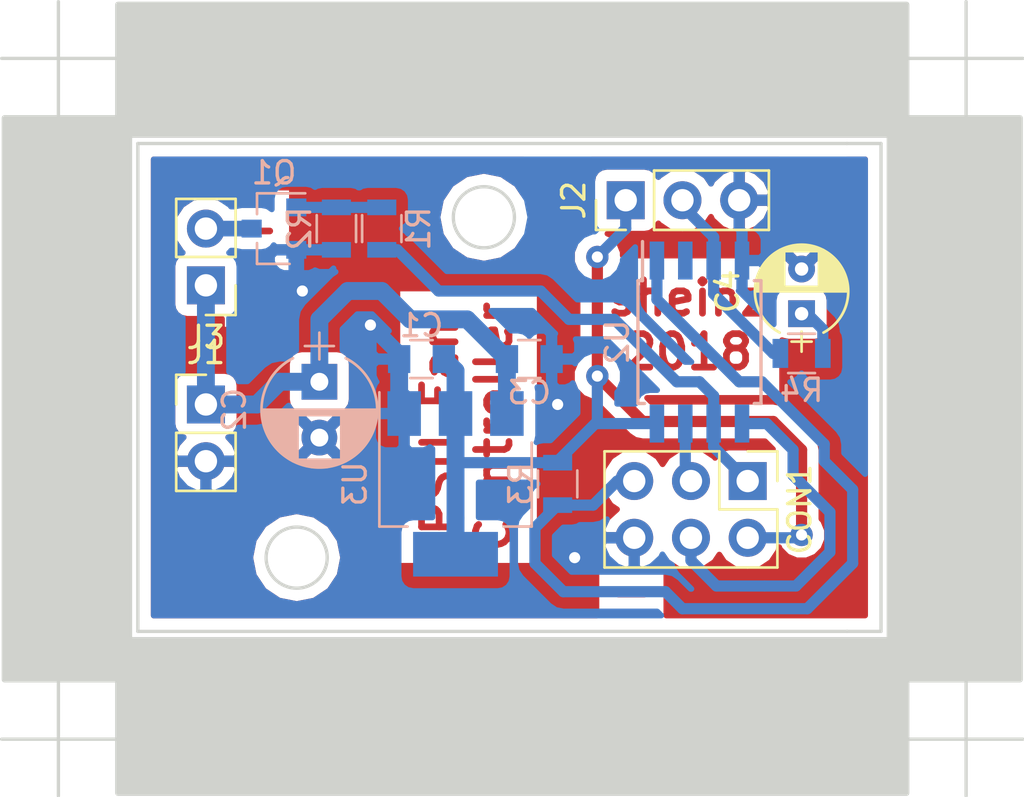
<source format=kicad_pcb>
(kicad_pcb (version 4) (host pcbnew 4.0.7)

  (general
    (links 32)
    (no_connects 0)
    (area 82.449999 43.079999 137.644 80.424)
    (thickness 1.6)
    (drawings 34)
    (tracks 113)
    (zones 0)
    (modules 15)
    (nets 12)
  )

  (page A4 portrait)
  (layers
    (0 F.Cu signal)
    (31 B.Cu signal)
    (32 B.Adhes user hide)
    (33 F.Adhes user)
    (34 B.Paste user hide)
    (35 F.Paste user hide)
    (36 B.SilkS user hide)
    (37 F.SilkS user hide)
    (38 B.Mask user hide)
    (39 F.Mask user hide)
    (40 Dwgs.User user hide)
    (41 Cmts.User user hide)
    (42 Eco1.User user hide)
    (43 Eco2.User user hide)
    (44 Edge.Cuts user)
    (45 Margin user hide)
    (46 B.CrtYd user hide)
    (47 F.CrtYd user hide)
    (48 B.Fab user hide)
    (49 F.Fab user hide)
  )

  (setup
    (last_trace_width 0.7)
    (user_trace_width 0.5)
    (user_trace_width 0.6)
    (user_trace_width 0.7)
    (user_trace_width 0.8)
    (user_trace_width 1)
    (user_trace_width 1.2)
    (trace_clearance 0.2)
    (zone_clearance 0.508)
    (zone_45_only no)
    (trace_min 0.2)
    (segment_width 0.2)
    (edge_width 0.15)
    (via_size 0.6)
    (via_drill 0.4)
    (via_min_size 0.4)
    (via_min_drill 0.3)
    (user_via 1 0.5)
    (uvia_size 0.3)
    (uvia_drill 0.1)
    (uvias_allowed no)
    (uvia_min_size 0.2)
    (uvia_min_drill 0.1)
    (pcb_text_width 0.3)
    (pcb_text_size 1.5 1.5)
    (mod_edge_width 0.15)
    (mod_text_size 1 1)
    (mod_text_width 0.15)
    (pad_size 1.524 1.524)
    (pad_drill 0.762)
    (pad_to_mask_clearance 0.2)
    (aux_axis_origin 85.09 76.2)
    (visible_elements FFFFFF1F)
    (pcbplotparams
      (layerselection 0x00000_80000000)
      (usegerberextensions false)
      (excludeedgelayer false)
      (linewidth 0.100000)
      (plotframeref false)
      (viasonmask false)
      (mode 1)
      (useauxorigin false)
      (hpglpennumber 1)
      (hpglpenspeed 20)
      (hpglpendiameter 15)
      (hpglpenoverlay 2)
      (psnegative true)
      (psa4output false)
      (plotreference true)
      (plotvalue true)
      (plotinvisibletext false)
      (padsonsilk false)
      (subtractmaskfromsilk false)
      (outputformat 4)
      (mirror false)
      (drillshape 1)
      (scaleselection 1)
      (outputdirectory ./))
  )

  (net 0 "")
  (net 1 VCC)
  (net 2 GND)
  (net 3 /12V)
  (net 4 "Net-(CON1-Pad1)")
  (net 5 "Net-(CON1-Pad3)")
  (net 6 "Net-(CON1-Pad4)")
  (net 7 "Net-(CON1-Pad5)")
  (net 8 "Net-(J2-Pad2)")
  (net 9 "Net-(J3-Pad2)")
  (net 10 "Net-(Q1-Pad1)")
  (net 11 "Net-(C4-Pad1)")

  (net_class Default "This is the default net class."
    (clearance 0.2)
    (trace_width 0.25)
    (via_dia 0.6)
    (via_drill 0.4)
    (uvia_dia 0.3)
    (uvia_drill 0.1)
    (add_net /12V)
    (add_net GND)
    (add_net "Net-(C4-Pad1)")
    (add_net "Net-(CON1-Pad1)")
    (add_net "Net-(CON1-Pad3)")
    (add_net "Net-(CON1-Pad4)")
    (add_net "Net-(CON1-Pad5)")
    (add_net "Net-(J2-Pad2)")
    (add_net "Net-(J3-Pad2)")
    (add_net "Net-(Q1-Pad1)")
    (add_net VCC)
  )

  (module Capacitors_SMD:C_0805 (layer B.Cu) (tedit 58AA8463) (tstamp 5A74A451)
    (at 101.346 59.182 180)
    (descr "Capacitor SMD 0805, reflow soldering, AVX (see smccp.pdf)")
    (tags "capacitor 0805")
    (path /5A749112)
    (attr smd)
    (fp_text reference C1 (at 0 1.5 180) (layer B.SilkS)
      (effects (font (size 1 1) (thickness 0.15)) (justify mirror))
    )
    (fp_text value 0.1u (at 0 -1.75 180) (layer B.Fab)
      (effects (font (size 1 1) (thickness 0.15)) (justify mirror))
    )
    (fp_text user %R (at 0 1.5 180) (layer B.Fab)
      (effects (font (size 1 1) (thickness 0.15)) (justify mirror))
    )
    (fp_line (start -1 -0.62) (end -1 0.62) (layer B.Fab) (width 0.1))
    (fp_line (start 1 -0.62) (end -1 -0.62) (layer B.Fab) (width 0.1))
    (fp_line (start 1 0.62) (end 1 -0.62) (layer B.Fab) (width 0.1))
    (fp_line (start -1 0.62) (end 1 0.62) (layer B.Fab) (width 0.1))
    (fp_line (start 0.5 0.85) (end -0.5 0.85) (layer B.SilkS) (width 0.12))
    (fp_line (start -0.5 -0.85) (end 0.5 -0.85) (layer B.SilkS) (width 0.12))
    (fp_line (start -1.75 0.88) (end 1.75 0.88) (layer B.CrtYd) (width 0.05))
    (fp_line (start -1.75 0.88) (end -1.75 -0.87) (layer B.CrtYd) (width 0.05))
    (fp_line (start 1.75 -0.87) (end 1.75 0.88) (layer B.CrtYd) (width 0.05))
    (fp_line (start 1.75 -0.87) (end -1.75 -0.87) (layer B.CrtYd) (width 0.05))
    (pad 1 smd rect (at -1 0 180) (size 1 1.25) (layers B.Cu B.Paste B.Mask)
      (net 1 VCC))
    (pad 2 smd rect (at 1 0 180) (size 1 1.25) (layers B.Cu B.Paste B.Mask)
      (net 2 GND))
    (model Capacitors_SMD.3dshapes/C_0805.wrl
      (at (xyz 0 0 0))
      (scale (xyz 1 1 1))
      (rotate (xyz 0 0 0))
    )
  )

  (module Capacitors_SMD:C_0805 (layer B.Cu) (tedit 58AA8463) (tstamp 5A74A45D)
    (at 106.172 59.182)
    (descr "Capacitor SMD 0805, reflow soldering, AVX (see smccp.pdf)")
    (tags "capacitor 0805")
    (path /5A74A2AB)
    (attr smd)
    (fp_text reference C3 (at 0 1.5) (layer B.SilkS)
      (effects (font (size 1 1) (thickness 0.15)) (justify mirror))
    )
    (fp_text value 0.1u (at 0 -1.75) (layer B.Fab)
      (effects (font (size 1 1) (thickness 0.15)) (justify mirror))
    )
    (fp_text user %R (at 0 1.5) (layer B.Fab)
      (effects (font (size 1 1) (thickness 0.15)) (justify mirror))
    )
    (fp_line (start -1 -0.62) (end -1 0.62) (layer B.Fab) (width 0.1))
    (fp_line (start 1 -0.62) (end -1 -0.62) (layer B.Fab) (width 0.1))
    (fp_line (start 1 0.62) (end 1 -0.62) (layer B.Fab) (width 0.1))
    (fp_line (start -1 0.62) (end 1 0.62) (layer B.Fab) (width 0.1))
    (fp_line (start 0.5 0.85) (end -0.5 0.85) (layer B.SilkS) (width 0.12))
    (fp_line (start -0.5 -0.85) (end 0.5 -0.85) (layer B.SilkS) (width 0.12))
    (fp_line (start -1.75 0.88) (end 1.75 0.88) (layer B.CrtYd) (width 0.05))
    (fp_line (start -1.75 0.88) (end -1.75 -0.87) (layer B.CrtYd) (width 0.05))
    (fp_line (start 1.75 -0.87) (end 1.75 0.88) (layer B.CrtYd) (width 0.05))
    (fp_line (start 1.75 -0.87) (end -1.75 -0.87) (layer B.CrtYd) (width 0.05))
    (pad 1 smd rect (at -1 0) (size 1 1.25) (layers B.Cu B.Paste B.Mask)
      (net 3 /12V))
    (pad 2 smd rect (at 1 0) (size 1 1.25) (layers B.Cu B.Paste B.Mask)
      (net 2 GND))
    (model Capacitors_SMD.3dshapes/C_0805.wrl
      (at (xyz 0 0 0))
      (scale (xyz 1 1 1))
      (rotate (xyz 0 0 0))
    )
  )

  (module Pin_Headers:Pin_Header_Straight_2x03_Pitch2.54mm (layer F.Cu) (tedit 59650532) (tstamp 5A74A467)
    (at 115.951 64.643 270)
    (descr "Through hole straight pin header, 2x03, 2.54mm pitch, double rows")
    (tags "Through hole pin header THT 2x03 2.54mm double row")
    (path /5A7491DF)
    (fp_text reference CON1 (at 1.27 -2.33 270) (layer F.SilkS)
      (effects (font (size 1 1) (thickness 0.15)))
    )
    (fp_text value AVR-ISP-6 (at 1.27 7.41 270) (layer F.Fab)
      (effects (font (size 1 1) (thickness 0.15)))
    )
    (fp_line (start 0 -1.27) (end 3.81 -1.27) (layer F.Fab) (width 0.1))
    (fp_line (start 3.81 -1.27) (end 3.81 6.35) (layer F.Fab) (width 0.1))
    (fp_line (start 3.81 6.35) (end -1.27 6.35) (layer F.Fab) (width 0.1))
    (fp_line (start -1.27 6.35) (end -1.27 0) (layer F.Fab) (width 0.1))
    (fp_line (start -1.27 0) (end 0 -1.27) (layer F.Fab) (width 0.1))
    (fp_line (start -1.33 6.41) (end 3.87 6.41) (layer F.SilkS) (width 0.12))
    (fp_line (start -1.33 1.27) (end -1.33 6.41) (layer F.SilkS) (width 0.12))
    (fp_line (start 3.87 -1.33) (end 3.87 6.41) (layer F.SilkS) (width 0.12))
    (fp_line (start -1.33 1.27) (end 1.27 1.27) (layer F.SilkS) (width 0.12))
    (fp_line (start 1.27 1.27) (end 1.27 -1.33) (layer F.SilkS) (width 0.12))
    (fp_line (start 1.27 -1.33) (end 3.87 -1.33) (layer F.SilkS) (width 0.12))
    (fp_line (start -1.33 0) (end -1.33 -1.33) (layer F.SilkS) (width 0.12))
    (fp_line (start -1.33 -1.33) (end 0 -1.33) (layer F.SilkS) (width 0.12))
    (fp_line (start -1.8 -1.8) (end -1.8 6.85) (layer F.CrtYd) (width 0.05))
    (fp_line (start -1.8 6.85) (end 4.35 6.85) (layer F.CrtYd) (width 0.05))
    (fp_line (start 4.35 6.85) (end 4.35 -1.8) (layer F.CrtYd) (width 0.05))
    (fp_line (start 4.35 -1.8) (end -1.8 -1.8) (layer F.CrtYd) (width 0.05))
    (fp_text user %R (at 1.27 2.54 360) (layer F.Fab)
      (effects (font (size 1 1) (thickness 0.15)))
    )
    (pad 1 thru_hole rect (at 0 0 270) (size 1.7 1.7) (drill 1) (layers *.Cu *.Mask)
      (net 4 "Net-(CON1-Pad1)"))
    (pad 2 thru_hole oval (at 2.54 0 270) (size 1.7 1.7) (drill 1) (layers *.Cu *.Mask)
      (net 1 VCC))
    (pad 3 thru_hole oval (at 0 2.54 270) (size 1.7 1.7) (drill 1) (layers *.Cu *.Mask)
      (net 5 "Net-(CON1-Pad3)"))
    (pad 4 thru_hole oval (at 2.54 2.54 270) (size 1.7 1.7) (drill 1) (layers *.Cu *.Mask)
      (net 6 "Net-(CON1-Pad4)"))
    (pad 5 thru_hole oval (at 0 5.08 270) (size 1.7 1.7) (drill 1) (layers *.Cu *.Mask)
      (net 7 "Net-(CON1-Pad5)"))
    (pad 6 thru_hole oval (at 2.54 5.08 270) (size 1.7 1.7) (drill 1) (layers *.Cu *.Mask)
      (net 2 GND))
    (model ${KISYS3DMOD}/Pin_Headers.3dshapes/Pin_Header_Straight_2x03_Pitch2.54mm.wrl
      (at (xyz 0 0 0))
      (scale (xyz 1 1 1))
      (rotate (xyz 0 0 0))
    )
  )

  (module Pin_Headers:Pin_Header_Straight_1x03_Pitch2.54mm (layer F.Cu) (tedit 59650532) (tstamp 5A74A475)
    (at 110.49 52.07 90)
    (descr "Through hole straight pin header, 1x03, 2.54mm pitch, single row")
    (tags "Through hole pin header THT 1x03 2.54mm single row")
    (path /5A74AC1D)
    (fp_text reference J2 (at 0 -2.33 90) (layer F.SilkS)
      (effects (font (size 1 1) (thickness 0.15)))
    )
    (fp_text value LM35 (at 0 7.41 90) (layer F.Fab)
      (effects (font (size 1 1) (thickness 0.15)))
    )
    (fp_line (start -0.635 -1.27) (end 1.27 -1.27) (layer F.Fab) (width 0.1))
    (fp_line (start 1.27 -1.27) (end 1.27 6.35) (layer F.Fab) (width 0.1))
    (fp_line (start 1.27 6.35) (end -1.27 6.35) (layer F.Fab) (width 0.1))
    (fp_line (start -1.27 6.35) (end -1.27 -0.635) (layer F.Fab) (width 0.1))
    (fp_line (start -1.27 -0.635) (end -0.635 -1.27) (layer F.Fab) (width 0.1))
    (fp_line (start -1.33 6.41) (end 1.33 6.41) (layer F.SilkS) (width 0.12))
    (fp_line (start -1.33 1.27) (end -1.33 6.41) (layer F.SilkS) (width 0.12))
    (fp_line (start 1.33 1.27) (end 1.33 6.41) (layer F.SilkS) (width 0.12))
    (fp_line (start -1.33 1.27) (end 1.33 1.27) (layer F.SilkS) (width 0.12))
    (fp_line (start -1.33 0) (end -1.33 -1.33) (layer F.SilkS) (width 0.12))
    (fp_line (start -1.33 -1.33) (end 0 -1.33) (layer F.SilkS) (width 0.12))
    (fp_line (start -1.8 -1.8) (end -1.8 6.85) (layer F.CrtYd) (width 0.05))
    (fp_line (start -1.8 6.85) (end 1.8 6.85) (layer F.CrtYd) (width 0.05))
    (fp_line (start 1.8 6.85) (end 1.8 -1.8) (layer F.CrtYd) (width 0.05))
    (fp_line (start 1.8 -1.8) (end -1.8 -1.8) (layer F.CrtYd) (width 0.05))
    (fp_text user %R (at 0 2.54 180) (layer F.Fab)
      (effects (font (size 1 1) (thickness 0.15)))
    )
    (pad 1 thru_hole rect (at 0 0 90) (size 1.7 1.7) (drill 1) (layers *.Cu *.Mask)
      (net 1 VCC))
    (pad 2 thru_hole oval (at 0 2.54 90) (size 1.7 1.7) (drill 1) (layers *.Cu *.Mask)
      (net 8 "Net-(J2-Pad2)"))
    (pad 3 thru_hole oval (at 0 5.08 90) (size 1.7 1.7) (drill 1) (layers *.Cu *.Mask)
      (net 2 GND))
    (model ${KISYS3DMOD}/Pin_Headers.3dshapes/Pin_Header_Straight_1x03_Pitch2.54mm.wrl
      (at (xyz 0 0 0))
      (scale (xyz 1 1 1))
      (rotate (xyz 0 0 0))
    )
  )

  (module Pin_Headers:Pin_Header_Straight_1x02_Pitch2.54mm (layer F.Cu) (tedit 59650532) (tstamp 5A74A47B)
    (at 91.694 55.88 180)
    (descr "Through hole straight pin header, 1x02, 2.54mm pitch, single row")
    (tags "Through hole pin header THT 1x02 2.54mm single row")
    (path /5A74964F)
    (fp_text reference J3 (at 0 -2.33 180) (layer F.SilkS)
      (effects (font (size 1 1) (thickness 0.15)))
    )
    (fp_text value Fan (at 0 4.87 180) (layer F.Fab)
      (effects (font (size 1 1) (thickness 0.15)))
    )
    (fp_line (start -0.635 -1.27) (end 1.27 -1.27) (layer F.Fab) (width 0.1))
    (fp_line (start 1.27 -1.27) (end 1.27 3.81) (layer F.Fab) (width 0.1))
    (fp_line (start 1.27 3.81) (end -1.27 3.81) (layer F.Fab) (width 0.1))
    (fp_line (start -1.27 3.81) (end -1.27 -0.635) (layer F.Fab) (width 0.1))
    (fp_line (start -1.27 -0.635) (end -0.635 -1.27) (layer F.Fab) (width 0.1))
    (fp_line (start -1.33 3.87) (end 1.33 3.87) (layer F.SilkS) (width 0.12))
    (fp_line (start -1.33 1.27) (end -1.33 3.87) (layer F.SilkS) (width 0.12))
    (fp_line (start 1.33 1.27) (end 1.33 3.87) (layer F.SilkS) (width 0.12))
    (fp_line (start -1.33 1.27) (end 1.33 1.27) (layer F.SilkS) (width 0.12))
    (fp_line (start -1.33 0) (end -1.33 -1.33) (layer F.SilkS) (width 0.12))
    (fp_line (start -1.33 -1.33) (end 0 -1.33) (layer F.SilkS) (width 0.12))
    (fp_line (start -1.8 -1.8) (end -1.8 4.35) (layer F.CrtYd) (width 0.05))
    (fp_line (start -1.8 4.35) (end 1.8 4.35) (layer F.CrtYd) (width 0.05))
    (fp_line (start 1.8 4.35) (end 1.8 -1.8) (layer F.CrtYd) (width 0.05))
    (fp_line (start 1.8 -1.8) (end -1.8 -1.8) (layer F.CrtYd) (width 0.05))
    (fp_text user %R (at 0 1.27 270) (layer F.Fab)
      (effects (font (size 1 1) (thickness 0.15)))
    )
    (pad 1 thru_hole rect (at 0 0 180) (size 1.7 1.7) (drill 1) (layers *.Cu *.Mask)
      (net 3 /12V))
    (pad 2 thru_hole oval (at 0 2.54 180) (size 1.7 1.7) (drill 1) (layers *.Cu *.Mask)
      (net 9 "Net-(J3-Pad2)"))
    (model ${KISYS3DMOD}/Pin_Headers.3dshapes/Pin_Header_Straight_1x02_Pitch2.54mm.wrl
      (at (xyz 0 0 0))
      (scale (xyz 1 1 1))
      (rotate (xyz 0 0 0))
    )
  )

  (module TO_SOT_Packages_SMD:SOT-23 (layer B.Cu) (tedit 58CE4E7E) (tstamp 5A74A482)
    (at 94.742 53.34 180)
    (descr "SOT-23, Standard")
    (tags SOT-23)
    (path /5A749396)
    (attr smd)
    (fp_text reference Q1 (at 0 2.5 180) (layer B.SilkS)
      (effects (font (size 1 1) (thickness 0.15)) (justify mirror))
    )
    (fp_text value IRLML0030 (at 0 -2.5 180) (layer B.Fab)
      (effects (font (size 1 1) (thickness 0.15)) (justify mirror))
    )
    (fp_text user %R (at 0 0 450) (layer B.Fab)
      (effects (font (size 0.5 0.5) (thickness 0.075)) (justify mirror))
    )
    (fp_line (start -0.7 0.95) (end -0.7 -1.5) (layer B.Fab) (width 0.1))
    (fp_line (start -0.15 1.52) (end 0.7 1.52) (layer B.Fab) (width 0.1))
    (fp_line (start -0.7 0.95) (end -0.15 1.52) (layer B.Fab) (width 0.1))
    (fp_line (start 0.7 1.52) (end 0.7 -1.52) (layer B.Fab) (width 0.1))
    (fp_line (start -0.7 -1.52) (end 0.7 -1.52) (layer B.Fab) (width 0.1))
    (fp_line (start 0.76 -1.58) (end 0.76 -0.65) (layer B.SilkS) (width 0.12))
    (fp_line (start 0.76 1.58) (end 0.76 0.65) (layer B.SilkS) (width 0.12))
    (fp_line (start -1.7 1.75) (end 1.7 1.75) (layer B.CrtYd) (width 0.05))
    (fp_line (start 1.7 1.75) (end 1.7 -1.75) (layer B.CrtYd) (width 0.05))
    (fp_line (start 1.7 -1.75) (end -1.7 -1.75) (layer B.CrtYd) (width 0.05))
    (fp_line (start -1.7 -1.75) (end -1.7 1.75) (layer B.CrtYd) (width 0.05))
    (fp_line (start 0.76 1.58) (end -1.4 1.58) (layer B.SilkS) (width 0.12))
    (fp_line (start 0.76 -1.58) (end -0.7 -1.58) (layer B.SilkS) (width 0.12))
    (pad 1 smd rect (at -1 0.95 180) (size 0.9 0.8) (layers B.Cu B.Paste B.Mask)
      (net 10 "Net-(Q1-Pad1)"))
    (pad 2 smd rect (at -1 -0.95 180) (size 0.9 0.8) (layers B.Cu B.Paste B.Mask)
      (net 2 GND))
    (pad 3 smd rect (at 1 0 180) (size 0.9 0.8) (layers B.Cu B.Paste B.Mask)
      (net 9 "Net-(J3-Pad2)"))
    (model ${KISYS3DMOD}/TO_SOT_Packages_SMD.3dshapes/SOT-23.wrl
      (at (xyz 0 0 0))
      (scale (xyz 1 1 1))
      (rotate (xyz 0 0 0))
    )
  )

  (module Resistors_SMD:R_0805 (layer B.Cu) (tedit 58E0A804) (tstamp 5A74A488)
    (at 99.568 53.34 90)
    (descr "Resistor SMD 0805, reflow soldering, Vishay (see dcrcw.pdf)")
    (tags "resistor 0805")
    (path /5A74944C)
    (attr smd)
    (fp_text reference R1 (at 0 1.65 90) (layer B.SilkS)
      (effects (font (size 1 1) (thickness 0.15)) (justify mirror))
    )
    (fp_text value 470 (at 0 -1.75 90) (layer B.Fab)
      (effects (font (size 1 1) (thickness 0.15)) (justify mirror))
    )
    (fp_text user %R (at 0 0 90) (layer B.Fab)
      (effects (font (size 0.5 0.5) (thickness 0.075)) (justify mirror))
    )
    (fp_line (start -1 -0.62) (end -1 0.62) (layer B.Fab) (width 0.1))
    (fp_line (start 1 -0.62) (end -1 -0.62) (layer B.Fab) (width 0.1))
    (fp_line (start 1 0.62) (end 1 -0.62) (layer B.Fab) (width 0.1))
    (fp_line (start -1 0.62) (end 1 0.62) (layer B.Fab) (width 0.1))
    (fp_line (start 0.6 -0.88) (end -0.6 -0.88) (layer B.SilkS) (width 0.12))
    (fp_line (start -0.6 0.88) (end 0.6 0.88) (layer B.SilkS) (width 0.12))
    (fp_line (start -1.55 0.9) (end 1.55 0.9) (layer B.CrtYd) (width 0.05))
    (fp_line (start -1.55 0.9) (end -1.55 -0.9) (layer B.CrtYd) (width 0.05))
    (fp_line (start 1.55 -0.9) (end 1.55 0.9) (layer B.CrtYd) (width 0.05))
    (fp_line (start 1.55 -0.9) (end -1.55 -0.9) (layer B.CrtYd) (width 0.05))
    (pad 1 smd rect (at -0.95 0 90) (size 0.7 1.3) (layers B.Cu B.Paste B.Mask)
      (net 4 "Net-(CON1-Pad1)"))
    (pad 2 smd rect (at 0.95 0 90) (size 0.7 1.3) (layers B.Cu B.Paste B.Mask)
      (net 10 "Net-(Q1-Pad1)"))
    (model ${KISYS3DMOD}/Resistors_SMD.3dshapes/R_0805.wrl
      (at (xyz 0 0 0))
      (scale (xyz 1 1 1))
      (rotate (xyz 0 0 0))
    )
  )

  (module Resistors_SMD:R_0805 (layer B.Cu) (tedit 58E0A804) (tstamp 5A74A48E)
    (at 97.536 53.34 270)
    (descr "Resistor SMD 0805, reflow soldering, Vishay (see dcrcw.pdf)")
    (tags "resistor 0805")
    (path /5A74955A)
    (attr smd)
    (fp_text reference R2 (at 0 1.65 270) (layer B.SilkS)
      (effects (font (size 1 1) (thickness 0.15)) (justify mirror))
    )
    (fp_text value 10k (at 0 -1.75 270) (layer B.Fab)
      (effects (font (size 1 1) (thickness 0.15)) (justify mirror))
    )
    (fp_text user %R (at 0 0 270) (layer B.Fab)
      (effects (font (size 0.5 0.5) (thickness 0.075)) (justify mirror))
    )
    (fp_line (start -1 -0.62) (end -1 0.62) (layer B.Fab) (width 0.1))
    (fp_line (start 1 -0.62) (end -1 -0.62) (layer B.Fab) (width 0.1))
    (fp_line (start 1 0.62) (end 1 -0.62) (layer B.Fab) (width 0.1))
    (fp_line (start -1 0.62) (end 1 0.62) (layer B.Fab) (width 0.1))
    (fp_line (start 0.6 -0.88) (end -0.6 -0.88) (layer B.SilkS) (width 0.12))
    (fp_line (start -0.6 0.88) (end 0.6 0.88) (layer B.SilkS) (width 0.12))
    (fp_line (start -1.55 0.9) (end 1.55 0.9) (layer B.CrtYd) (width 0.05))
    (fp_line (start -1.55 0.9) (end -1.55 -0.9) (layer B.CrtYd) (width 0.05))
    (fp_line (start 1.55 -0.9) (end 1.55 0.9) (layer B.CrtYd) (width 0.05))
    (fp_line (start 1.55 -0.9) (end -1.55 -0.9) (layer B.CrtYd) (width 0.05))
    (pad 1 smd rect (at -0.95 0 270) (size 0.7 1.3) (layers B.Cu B.Paste B.Mask)
      (net 10 "Net-(Q1-Pad1)"))
    (pad 2 smd rect (at 0.95 0 270) (size 0.7 1.3) (layers B.Cu B.Paste B.Mask)
      (net 2 GND))
    (model ${KISYS3DMOD}/Resistors_SMD.3dshapes/R_0805.wrl
      (at (xyz 0 0 0))
      (scale (xyz 1 1 1))
      (rotate (xyz 0 0 0))
    )
  )

  (module TO_SOT_Packages_SMD:SOT-223-3_TabPin2 (layer B.Cu) (tedit 58CE4E7E) (tstamp 5A74A50A)
    (at 102.87 64.77 270)
    (descr "module CMS SOT223 4 pins")
    (tags "CMS SOT")
    (path /5A749FE5)
    (attr smd)
    (fp_text reference U3 (at 0 4.5 270) (layer B.SilkS)
      (effects (font (size 1 1) (thickness 0.15)) (justify mirror))
    )
    (fp_text value AP1117-50 (at 0 -4.5 270) (layer B.Fab)
      (effects (font (size 1 1) (thickness 0.15)) (justify mirror))
    )
    (fp_text user %R (at 0 0 540) (layer B.Fab)
      (effects (font (size 0.8 0.8) (thickness 0.12)) (justify mirror))
    )
    (fp_line (start 1.91 -3.41) (end 1.91 -2.15) (layer B.SilkS) (width 0.12))
    (fp_line (start 1.91 3.41) (end 1.91 2.15) (layer B.SilkS) (width 0.12))
    (fp_line (start 4.4 3.6) (end -4.4 3.6) (layer B.CrtYd) (width 0.05))
    (fp_line (start 4.4 -3.6) (end 4.4 3.6) (layer B.CrtYd) (width 0.05))
    (fp_line (start -4.4 -3.6) (end 4.4 -3.6) (layer B.CrtYd) (width 0.05))
    (fp_line (start -4.4 3.6) (end -4.4 -3.6) (layer B.CrtYd) (width 0.05))
    (fp_line (start -1.85 2.35) (end -0.85 3.35) (layer B.Fab) (width 0.1))
    (fp_line (start -1.85 2.35) (end -1.85 -3.35) (layer B.Fab) (width 0.1))
    (fp_line (start -1.85 -3.41) (end 1.91 -3.41) (layer B.SilkS) (width 0.12))
    (fp_line (start -0.85 3.35) (end 1.85 3.35) (layer B.Fab) (width 0.1))
    (fp_line (start -4.1 3.41) (end 1.91 3.41) (layer B.SilkS) (width 0.12))
    (fp_line (start -1.85 -3.35) (end 1.85 -3.35) (layer B.Fab) (width 0.1))
    (fp_line (start 1.85 3.35) (end 1.85 -3.35) (layer B.Fab) (width 0.1))
    (pad 2 smd rect (at 3.15 0 270) (size 2 3.8) (layers B.Cu B.Paste B.Mask)
      (net 1 VCC))
    (pad 2 smd rect (at -3.15 0 270) (size 2 1.5) (layers B.Cu B.Paste B.Mask)
      (net 1 VCC))
    (pad 3 smd rect (at -3.15 -2.3 270) (size 2 1.5) (layers B.Cu B.Paste B.Mask)
      (net 3 /12V))
    (pad 1 smd rect (at -3.15 2.3 270) (size 2 1.5) (layers B.Cu B.Paste B.Mask)
      (net 2 GND))
    (model ${KISYS3DMOD}/TO_SOT_Packages_SMD.3dshapes/SOT-223.wrl
      (at (xyz 0 0 0))
      (scale (xyz 1 1 1))
      (rotate (xyz 0 0 0))
    )
  )

  (module Resistors_SMD:R_0805 (layer B.Cu) (tedit 58E0A804) (tstamp 5A74A999)
    (at 107.442 64.77 270)
    (descr "Resistor SMD 0805, reflow soldering, Vishay (see dcrcw.pdf)")
    (tags "resistor 0805")
    (path /5A74BCA3)
    (attr smd)
    (fp_text reference R3 (at 0 1.65 270) (layer B.SilkS)
      (effects (font (size 1 1) (thickness 0.15)) (justify mirror))
    )
    (fp_text value 10k (at 0 -1.75 270) (layer B.Fab)
      (effects (font (size 1 1) (thickness 0.15)) (justify mirror))
    )
    (fp_text user %R (at 0 0 270) (layer B.Fab)
      (effects (font (size 0.5 0.5) (thickness 0.075)) (justify mirror))
    )
    (fp_line (start -1 -0.62) (end -1 0.62) (layer B.Fab) (width 0.1))
    (fp_line (start 1 -0.62) (end -1 -0.62) (layer B.Fab) (width 0.1))
    (fp_line (start 1 0.62) (end 1 -0.62) (layer B.Fab) (width 0.1))
    (fp_line (start -1 0.62) (end 1 0.62) (layer B.Fab) (width 0.1))
    (fp_line (start 0.6 -0.88) (end -0.6 -0.88) (layer B.SilkS) (width 0.12))
    (fp_line (start -0.6 0.88) (end 0.6 0.88) (layer B.SilkS) (width 0.12))
    (fp_line (start -1.55 0.9) (end 1.55 0.9) (layer B.CrtYd) (width 0.05))
    (fp_line (start -1.55 0.9) (end -1.55 -0.9) (layer B.CrtYd) (width 0.05))
    (fp_line (start 1.55 -0.9) (end 1.55 0.9) (layer B.CrtYd) (width 0.05))
    (fp_line (start 1.55 -0.9) (end -1.55 -0.9) (layer B.CrtYd) (width 0.05))
    (pad 1 smd rect (at -0.95 0 270) (size 0.7 1.3) (layers B.Cu B.Paste B.Mask)
      (net 1 VCC))
    (pad 2 smd rect (at 0.95 0 270) (size 0.7 1.3) (layers B.Cu B.Paste B.Mask)
      (net 7 "Net-(CON1-Pad5)"))
    (model ${KISYS3DMOD}/Resistors_SMD.3dshapes/R_0805.wrl
      (at (xyz 0 0 0))
      (scale (xyz 1 1 1))
      (rotate (xyz 0 0 0))
    )
  )

  (module Housings_SOIC:SOIJ-8_5.3x5.3mm_Pitch1.27mm (layer B.Cu) (tedit 58CC8F64) (tstamp 5A7631B2)
    (at 113.792 58.42 270)
    (descr "8-Lead Plastic Small Outline (SM) - Medium, 5.28 mm Body [SOIC] (see Microchip Packaging Specification 00000049BS.pdf)")
    (tags "SOIC 1.27")
    (path /5A749047)
    (attr smd)
    (fp_text reference U2 (at 0 3.68 270) (layer B.SilkS)
      (effects (font (size 1 1) (thickness 0.15)) (justify mirror))
    )
    (fp_text value ATTINY13A-SU (at 0 -3.68 270) (layer B.Fab)
      (effects (font (size 1 1) (thickness 0.15)) (justify mirror))
    )
    (fp_text user %R (at 0 0 270) (layer B.Fab)
      (effects (font (size 1 1) (thickness 0.15)) (justify mirror))
    )
    (fp_line (start -1.65 2.65) (end 2.65 2.65) (layer B.Fab) (width 0.15))
    (fp_line (start 2.65 2.65) (end 2.65 -2.65) (layer B.Fab) (width 0.15))
    (fp_line (start 2.65 -2.65) (end -2.65 -2.65) (layer B.Fab) (width 0.15))
    (fp_line (start -2.65 -2.65) (end -2.65 1.65) (layer B.Fab) (width 0.15))
    (fp_line (start -2.65 1.65) (end -1.65 2.65) (layer B.Fab) (width 0.15))
    (fp_line (start -4.75 2.95) (end -4.75 -2.95) (layer B.CrtYd) (width 0.05))
    (fp_line (start 4.75 2.95) (end 4.75 -2.95) (layer B.CrtYd) (width 0.05))
    (fp_line (start -4.75 2.95) (end 4.75 2.95) (layer B.CrtYd) (width 0.05))
    (fp_line (start -4.75 -2.95) (end 4.75 -2.95) (layer B.CrtYd) (width 0.05))
    (fp_line (start -2.75 2.755) (end -2.75 2.55) (layer B.SilkS) (width 0.15))
    (fp_line (start 2.75 2.755) (end 2.75 2.455) (layer B.SilkS) (width 0.15))
    (fp_line (start 2.75 -2.755) (end 2.75 -2.455) (layer B.SilkS) (width 0.15))
    (fp_line (start -2.75 -2.755) (end -2.75 -2.455) (layer B.SilkS) (width 0.15))
    (fp_line (start -2.75 2.755) (end 2.75 2.755) (layer B.SilkS) (width 0.15))
    (fp_line (start -2.75 -2.755) (end 2.75 -2.755) (layer B.SilkS) (width 0.15))
    (fp_line (start -2.75 2.55) (end -4.5 2.55) (layer B.SilkS) (width 0.15))
    (pad 1 smd rect (at -3.65 1.905 270) (size 1.7 0.65) (layers B.Cu B.Paste B.Mask)
      (net 7 "Net-(CON1-Pad5)"))
    (pad 2 smd rect (at -3.65 0.635 270) (size 1.7 0.65) (layers B.Cu B.Paste B.Mask))
    (pad 3 smd rect (at -3.65 -0.635 270) (size 1.7 0.65) (layers B.Cu B.Paste B.Mask)
      (net 8 "Net-(J2-Pad2)"))
    (pad 4 smd rect (at -3.65 -1.905 270) (size 1.7 0.65) (layers B.Cu B.Paste B.Mask)
      (net 2 GND))
    (pad 5 smd rect (at 3.65 -1.905 270) (size 1.7 0.65) (layers B.Cu B.Paste B.Mask)
      (net 6 "Net-(CON1-Pad4)"))
    (pad 6 smd rect (at 3.65 -0.635 270) (size 1.7 0.65) (layers B.Cu B.Paste B.Mask)
      (net 4 "Net-(CON1-Pad1)"))
    (pad 7 smd rect (at 3.65 0.635 270) (size 1.7 0.65) (layers B.Cu B.Paste B.Mask)
      (net 5 "Net-(CON1-Pad3)"))
    (pad 8 smd rect (at 3.65 1.905 270) (size 1.7 0.65) (layers B.Cu B.Paste B.Mask)
      (net 1 VCC))
    (model ${KISYS3DMOD}/Housings_SOIC.3dshapes/SOIJ-8_5.3x5.3mm_Pitch1.27mm.wrl
      (at (xyz 0 0 0))
      (scale (xyz 1 1 1))
      (rotate (xyz 0 0 0))
    )
  )

  (module Capacitors_THT:CP_Radial_D4.0mm_P2.00mm (layer F.Cu) (tedit 597BC7C2) (tstamp 5A7A0D39)
    (at 118.364 57.15 90)
    (descr "CP, Radial series, Radial, pin pitch=2.00mm, , diameter=4mm, Electrolytic Capacitor")
    (tags "CP Radial series Radial pin pitch 2.00mm  diameter 4mm Electrolytic Capacitor")
    (path /5A798DD4)
    (fp_text reference C4 (at 1 -3.31 90) (layer F.SilkS)
      (effects (font (size 1 1) (thickness 0.15)))
    )
    (fp_text value 1u (at 1 3.31 90) (layer F.Fab)
      (effects (font (size 1 1) (thickness 0.15)))
    )
    (fp_arc (start 1 0) (end -0.845996 -0.98) (angle 124.1) (layer F.SilkS) (width 0.12))
    (fp_arc (start 1 0) (end -0.845996 0.98) (angle -124.1) (layer F.SilkS) (width 0.12))
    (fp_arc (start 1 0) (end 2.845996 -0.98) (angle 55.9) (layer F.SilkS) (width 0.12))
    (fp_circle (center 1 0) (end 3 0) (layer F.Fab) (width 0.1))
    (fp_line (start -1.7 0) (end -0.8 0) (layer F.Fab) (width 0.1))
    (fp_line (start -1.25 -0.45) (end -1.25 0.45) (layer F.Fab) (width 0.1))
    (fp_line (start 1 -2.05) (end 1 2.05) (layer F.SilkS) (width 0.12))
    (fp_line (start 1.04 -2.05) (end 1.04 2.05) (layer F.SilkS) (width 0.12))
    (fp_line (start 1.08 -2.049) (end 1.08 2.049) (layer F.SilkS) (width 0.12))
    (fp_line (start 1.12 -2.047) (end 1.12 2.047) (layer F.SilkS) (width 0.12))
    (fp_line (start 1.16 -2.044) (end 1.16 2.044) (layer F.SilkS) (width 0.12))
    (fp_line (start 1.2 -2.041) (end 1.2 2.041) (layer F.SilkS) (width 0.12))
    (fp_line (start 1.24 -2.037) (end 1.24 -0.78) (layer F.SilkS) (width 0.12))
    (fp_line (start 1.24 0.78) (end 1.24 2.037) (layer F.SilkS) (width 0.12))
    (fp_line (start 1.28 -2.032) (end 1.28 -0.78) (layer F.SilkS) (width 0.12))
    (fp_line (start 1.28 0.78) (end 1.28 2.032) (layer F.SilkS) (width 0.12))
    (fp_line (start 1.32 -2.026) (end 1.32 -0.78) (layer F.SilkS) (width 0.12))
    (fp_line (start 1.32 0.78) (end 1.32 2.026) (layer F.SilkS) (width 0.12))
    (fp_line (start 1.36 -2.019) (end 1.36 -0.78) (layer F.SilkS) (width 0.12))
    (fp_line (start 1.36 0.78) (end 1.36 2.019) (layer F.SilkS) (width 0.12))
    (fp_line (start 1.4 -2.012) (end 1.4 -0.78) (layer F.SilkS) (width 0.12))
    (fp_line (start 1.4 0.78) (end 1.4 2.012) (layer F.SilkS) (width 0.12))
    (fp_line (start 1.44 -2.004) (end 1.44 -0.78) (layer F.SilkS) (width 0.12))
    (fp_line (start 1.44 0.78) (end 1.44 2.004) (layer F.SilkS) (width 0.12))
    (fp_line (start 1.48 -1.995) (end 1.48 -0.78) (layer F.SilkS) (width 0.12))
    (fp_line (start 1.48 0.78) (end 1.48 1.995) (layer F.SilkS) (width 0.12))
    (fp_line (start 1.52 -1.985) (end 1.52 -0.78) (layer F.SilkS) (width 0.12))
    (fp_line (start 1.52 0.78) (end 1.52 1.985) (layer F.SilkS) (width 0.12))
    (fp_line (start 1.56 -1.974) (end 1.56 -0.78) (layer F.SilkS) (width 0.12))
    (fp_line (start 1.56 0.78) (end 1.56 1.974) (layer F.SilkS) (width 0.12))
    (fp_line (start 1.6 -1.963) (end 1.6 -0.78) (layer F.SilkS) (width 0.12))
    (fp_line (start 1.6 0.78) (end 1.6 1.963) (layer F.SilkS) (width 0.12))
    (fp_line (start 1.64 -1.95) (end 1.64 -0.78) (layer F.SilkS) (width 0.12))
    (fp_line (start 1.64 0.78) (end 1.64 1.95) (layer F.SilkS) (width 0.12))
    (fp_line (start 1.68 -1.937) (end 1.68 -0.78) (layer F.SilkS) (width 0.12))
    (fp_line (start 1.68 0.78) (end 1.68 1.937) (layer F.SilkS) (width 0.12))
    (fp_line (start 1.721 -1.923) (end 1.721 -0.78) (layer F.SilkS) (width 0.12))
    (fp_line (start 1.721 0.78) (end 1.721 1.923) (layer F.SilkS) (width 0.12))
    (fp_line (start 1.761 -1.907) (end 1.761 -0.78) (layer F.SilkS) (width 0.12))
    (fp_line (start 1.761 0.78) (end 1.761 1.907) (layer F.SilkS) (width 0.12))
    (fp_line (start 1.801 -1.891) (end 1.801 -0.78) (layer F.SilkS) (width 0.12))
    (fp_line (start 1.801 0.78) (end 1.801 1.891) (layer F.SilkS) (width 0.12))
    (fp_line (start 1.841 -1.874) (end 1.841 -0.78) (layer F.SilkS) (width 0.12))
    (fp_line (start 1.841 0.78) (end 1.841 1.874) (layer F.SilkS) (width 0.12))
    (fp_line (start 1.881 -1.856) (end 1.881 -0.78) (layer F.SilkS) (width 0.12))
    (fp_line (start 1.881 0.78) (end 1.881 1.856) (layer F.SilkS) (width 0.12))
    (fp_line (start 1.921 -1.837) (end 1.921 -0.78) (layer F.SilkS) (width 0.12))
    (fp_line (start 1.921 0.78) (end 1.921 1.837) (layer F.SilkS) (width 0.12))
    (fp_line (start 1.961 -1.817) (end 1.961 -0.78) (layer F.SilkS) (width 0.12))
    (fp_line (start 1.961 0.78) (end 1.961 1.817) (layer F.SilkS) (width 0.12))
    (fp_line (start 2.001 -1.796) (end 2.001 -0.78) (layer F.SilkS) (width 0.12))
    (fp_line (start 2.001 0.78) (end 2.001 1.796) (layer F.SilkS) (width 0.12))
    (fp_line (start 2.041 -1.773) (end 2.041 -0.78) (layer F.SilkS) (width 0.12))
    (fp_line (start 2.041 0.78) (end 2.041 1.773) (layer F.SilkS) (width 0.12))
    (fp_line (start 2.081 -1.75) (end 2.081 -0.78) (layer F.SilkS) (width 0.12))
    (fp_line (start 2.081 0.78) (end 2.081 1.75) (layer F.SilkS) (width 0.12))
    (fp_line (start 2.121 -1.725) (end 2.121 -0.78) (layer F.SilkS) (width 0.12))
    (fp_line (start 2.121 0.78) (end 2.121 1.725) (layer F.SilkS) (width 0.12))
    (fp_line (start 2.161 -1.699) (end 2.161 -0.78) (layer F.SilkS) (width 0.12))
    (fp_line (start 2.161 0.78) (end 2.161 1.699) (layer F.SilkS) (width 0.12))
    (fp_line (start 2.201 -1.672) (end 2.201 -0.78) (layer F.SilkS) (width 0.12))
    (fp_line (start 2.201 0.78) (end 2.201 1.672) (layer F.SilkS) (width 0.12))
    (fp_line (start 2.241 -1.643) (end 2.241 -0.78) (layer F.SilkS) (width 0.12))
    (fp_line (start 2.241 0.78) (end 2.241 1.643) (layer F.SilkS) (width 0.12))
    (fp_line (start 2.281 -1.613) (end 2.281 -0.78) (layer F.SilkS) (width 0.12))
    (fp_line (start 2.281 0.78) (end 2.281 1.613) (layer F.SilkS) (width 0.12))
    (fp_line (start 2.321 -1.581) (end 2.321 -0.78) (layer F.SilkS) (width 0.12))
    (fp_line (start 2.321 0.78) (end 2.321 1.581) (layer F.SilkS) (width 0.12))
    (fp_line (start 2.361 -1.547) (end 2.361 -0.78) (layer F.SilkS) (width 0.12))
    (fp_line (start 2.361 0.78) (end 2.361 1.547) (layer F.SilkS) (width 0.12))
    (fp_line (start 2.401 -1.512) (end 2.401 -0.78) (layer F.SilkS) (width 0.12))
    (fp_line (start 2.401 0.78) (end 2.401 1.512) (layer F.SilkS) (width 0.12))
    (fp_line (start 2.441 -1.475) (end 2.441 -0.78) (layer F.SilkS) (width 0.12))
    (fp_line (start 2.441 0.78) (end 2.441 1.475) (layer F.SilkS) (width 0.12))
    (fp_line (start 2.481 -1.436) (end 2.481 -0.78) (layer F.SilkS) (width 0.12))
    (fp_line (start 2.481 0.78) (end 2.481 1.436) (layer F.SilkS) (width 0.12))
    (fp_line (start 2.521 -1.395) (end 2.521 -0.78) (layer F.SilkS) (width 0.12))
    (fp_line (start 2.521 0.78) (end 2.521 1.395) (layer F.SilkS) (width 0.12))
    (fp_line (start 2.561 -1.351) (end 2.561 -0.78) (layer F.SilkS) (width 0.12))
    (fp_line (start 2.561 0.78) (end 2.561 1.351) (layer F.SilkS) (width 0.12))
    (fp_line (start 2.601 -1.305) (end 2.601 -0.78) (layer F.SilkS) (width 0.12))
    (fp_line (start 2.601 0.78) (end 2.601 1.305) (layer F.SilkS) (width 0.12))
    (fp_line (start 2.641 -1.256) (end 2.641 -0.78) (layer F.SilkS) (width 0.12))
    (fp_line (start 2.641 0.78) (end 2.641 1.256) (layer F.SilkS) (width 0.12))
    (fp_line (start 2.681 -1.204) (end 2.681 -0.78) (layer F.SilkS) (width 0.12))
    (fp_line (start 2.681 0.78) (end 2.681 1.204) (layer F.SilkS) (width 0.12))
    (fp_line (start 2.721 -1.148) (end 2.721 -0.78) (layer F.SilkS) (width 0.12))
    (fp_line (start 2.721 0.78) (end 2.721 1.148) (layer F.SilkS) (width 0.12))
    (fp_line (start 2.761 -1.088) (end 2.761 -0.78) (layer F.SilkS) (width 0.12))
    (fp_line (start 2.761 0.78) (end 2.761 1.088) (layer F.SilkS) (width 0.12))
    (fp_line (start 2.801 -1.023) (end 2.801 1.023) (layer F.SilkS) (width 0.12))
    (fp_line (start 2.841 -0.952) (end 2.841 0.952) (layer F.SilkS) (width 0.12))
    (fp_line (start 2.881 -0.874) (end 2.881 0.874) (layer F.SilkS) (width 0.12))
    (fp_line (start 2.921 -0.786) (end 2.921 0.786) (layer F.SilkS) (width 0.12))
    (fp_line (start 2.961 -0.686) (end 2.961 0.686) (layer F.SilkS) (width 0.12))
    (fp_line (start 3.001 -0.567) (end 3.001 0.567) (layer F.SilkS) (width 0.12))
    (fp_line (start 3.041 -0.415) (end 3.041 0.415) (layer F.SilkS) (width 0.12))
    (fp_line (start 3.081 -0.165) (end 3.081 0.165) (layer F.SilkS) (width 0.12))
    (fp_line (start -1.7 0) (end -0.8 0) (layer F.SilkS) (width 0.12))
    (fp_line (start -1.25 -0.45) (end -1.25 0.45) (layer F.SilkS) (width 0.12))
    (fp_line (start -1.35 -2.35) (end -1.35 2.35) (layer F.CrtYd) (width 0.05))
    (fp_line (start -1.35 2.35) (end 3.35 2.35) (layer F.CrtYd) (width 0.05))
    (fp_line (start 3.35 2.35) (end 3.35 -2.35) (layer F.CrtYd) (width 0.05))
    (fp_line (start 3.35 -2.35) (end -1.35 -2.35) (layer F.CrtYd) (width 0.05))
    (fp_text user %R (at 1 0 90) (layer F.Fab)
      (effects (font (size 1 1) (thickness 0.15)))
    )
    (pad 1 thru_hole rect (at 0 0 90) (size 1.2 1.2) (drill 0.6) (layers *.Cu *.Mask)
      (net 11 "Net-(C4-Pad1)"))
    (pad 2 thru_hole circle (at 2 0 90) (size 1.2 1.2) (drill 0.6) (layers *.Cu *.Mask)
      (net 2 GND))
    (model ${KISYS3DMOD}/Capacitors_THT.3dshapes/CP_Radial_D4.0mm_P2.00mm.wrl
      (at (xyz 0 0 0))
      (scale (xyz 1 1 1))
      (rotate (xyz 0 0 0))
    )
  )

  (module Resistors_SMD:R_0805 (layer B.Cu) (tedit 58E0A804) (tstamp 5A7A0D3F)
    (at 118.364 58.928)
    (descr "Resistor SMD 0805, reflow soldering, Vishay (see dcrcw.pdf)")
    (tags "resistor 0805")
    (path /5A7A1B55)
    (attr smd)
    (fp_text reference R4 (at 0 1.65) (layer B.SilkS)
      (effects (font (size 1 1) (thickness 0.15)) (justify mirror))
    )
    (fp_text value 75 (at 0 -1.75) (layer B.Fab)
      (effects (font (size 1 1) (thickness 0.15)) (justify mirror))
    )
    (fp_text user %R (at 0 0) (layer B.Fab)
      (effects (font (size 0.5 0.5) (thickness 0.075)) (justify mirror))
    )
    (fp_line (start -1 -0.62) (end -1 0.62) (layer B.Fab) (width 0.1))
    (fp_line (start 1 -0.62) (end -1 -0.62) (layer B.Fab) (width 0.1))
    (fp_line (start 1 0.62) (end 1 -0.62) (layer B.Fab) (width 0.1))
    (fp_line (start -1 0.62) (end 1 0.62) (layer B.Fab) (width 0.1))
    (fp_line (start 0.6 -0.88) (end -0.6 -0.88) (layer B.SilkS) (width 0.12))
    (fp_line (start -0.6 0.88) (end 0.6 0.88) (layer B.SilkS) (width 0.12))
    (fp_line (start -1.55 0.9) (end 1.55 0.9) (layer B.CrtYd) (width 0.05))
    (fp_line (start -1.55 0.9) (end -1.55 -0.9) (layer B.CrtYd) (width 0.05))
    (fp_line (start 1.55 -0.9) (end 1.55 0.9) (layer B.CrtYd) (width 0.05))
    (fp_line (start 1.55 -0.9) (end -1.55 -0.9) (layer B.CrtYd) (width 0.05))
    (pad 1 smd rect (at -0.95 0) (size 0.7 1.3) (layers B.Cu B.Paste B.Mask)
      (net 8 "Net-(J2-Pad2)"))
    (pad 2 smd rect (at 0.95 0) (size 0.7 1.3) (layers B.Cu B.Paste B.Mask)
      (net 11 "Net-(C4-Pad1)"))
    (model ${KISYS3DMOD}/Resistors_SMD.3dshapes/R_0805.wrl
      (at (xyz 0 0 0))
      (scale (xyz 1 1 1))
      (rotate (xyz 0 0 0))
    )
  )

  (module Capacitors_THT:CP_Radial_D5.0mm_P2.50mm (layer B.Cu) (tedit 597BC7C2) (tstamp 5A7A0D54)
    (at 96.774 60.198 270)
    (descr "CP, Radial series, Radial, pin pitch=2.50mm, , diameter=5mm, Electrolytic Capacitor")
    (tags "CP Radial series Radial pin pitch 2.50mm  diameter 5mm Electrolytic Capacitor")
    (path /5A798C87)
    (fp_text reference C2 (at 1.25 3.81 270) (layer B.SilkS)
      (effects (font (size 1 1) (thickness 0.15)) (justify mirror))
    )
    (fp_text value "47u 25v" (at 1.25 -3.81 270) (layer B.Fab)
      (effects (font (size 1 1) (thickness 0.15)) (justify mirror))
    )
    (fp_arc (start 1.25 0) (end -1.05558 1.18) (angle -125.8) (layer B.SilkS) (width 0.12))
    (fp_arc (start 1.25 0) (end -1.05558 -1.18) (angle 125.8) (layer B.SilkS) (width 0.12))
    (fp_arc (start 1.25 0) (end 3.55558 1.18) (angle -54.2) (layer B.SilkS) (width 0.12))
    (fp_circle (center 1.25 0) (end 3.75 0) (layer B.Fab) (width 0.1))
    (fp_line (start -2.2 0) (end -1 0) (layer B.Fab) (width 0.1))
    (fp_line (start -1.6 0.65) (end -1.6 -0.65) (layer B.Fab) (width 0.1))
    (fp_line (start 1.25 2.55) (end 1.25 -2.55) (layer B.SilkS) (width 0.12))
    (fp_line (start 1.29 2.55) (end 1.29 -2.55) (layer B.SilkS) (width 0.12))
    (fp_line (start 1.33 2.549) (end 1.33 -2.549) (layer B.SilkS) (width 0.12))
    (fp_line (start 1.37 2.548) (end 1.37 -2.548) (layer B.SilkS) (width 0.12))
    (fp_line (start 1.41 2.546) (end 1.41 -2.546) (layer B.SilkS) (width 0.12))
    (fp_line (start 1.45 2.543) (end 1.45 -2.543) (layer B.SilkS) (width 0.12))
    (fp_line (start 1.49 2.539) (end 1.49 -2.539) (layer B.SilkS) (width 0.12))
    (fp_line (start 1.53 2.535) (end 1.53 0.98) (layer B.SilkS) (width 0.12))
    (fp_line (start 1.53 -0.98) (end 1.53 -2.535) (layer B.SilkS) (width 0.12))
    (fp_line (start 1.57 2.531) (end 1.57 0.98) (layer B.SilkS) (width 0.12))
    (fp_line (start 1.57 -0.98) (end 1.57 -2.531) (layer B.SilkS) (width 0.12))
    (fp_line (start 1.61 2.525) (end 1.61 0.98) (layer B.SilkS) (width 0.12))
    (fp_line (start 1.61 -0.98) (end 1.61 -2.525) (layer B.SilkS) (width 0.12))
    (fp_line (start 1.65 2.519) (end 1.65 0.98) (layer B.SilkS) (width 0.12))
    (fp_line (start 1.65 -0.98) (end 1.65 -2.519) (layer B.SilkS) (width 0.12))
    (fp_line (start 1.69 2.513) (end 1.69 0.98) (layer B.SilkS) (width 0.12))
    (fp_line (start 1.69 -0.98) (end 1.69 -2.513) (layer B.SilkS) (width 0.12))
    (fp_line (start 1.73 2.506) (end 1.73 0.98) (layer B.SilkS) (width 0.12))
    (fp_line (start 1.73 -0.98) (end 1.73 -2.506) (layer B.SilkS) (width 0.12))
    (fp_line (start 1.77 2.498) (end 1.77 0.98) (layer B.SilkS) (width 0.12))
    (fp_line (start 1.77 -0.98) (end 1.77 -2.498) (layer B.SilkS) (width 0.12))
    (fp_line (start 1.81 2.489) (end 1.81 0.98) (layer B.SilkS) (width 0.12))
    (fp_line (start 1.81 -0.98) (end 1.81 -2.489) (layer B.SilkS) (width 0.12))
    (fp_line (start 1.85 2.48) (end 1.85 0.98) (layer B.SilkS) (width 0.12))
    (fp_line (start 1.85 -0.98) (end 1.85 -2.48) (layer B.SilkS) (width 0.12))
    (fp_line (start 1.89 2.47) (end 1.89 0.98) (layer B.SilkS) (width 0.12))
    (fp_line (start 1.89 -0.98) (end 1.89 -2.47) (layer B.SilkS) (width 0.12))
    (fp_line (start 1.93 2.46) (end 1.93 0.98) (layer B.SilkS) (width 0.12))
    (fp_line (start 1.93 -0.98) (end 1.93 -2.46) (layer B.SilkS) (width 0.12))
    (fp_line (start 1.971 2.448) (end 1.971 0.98) (layer B.SilkS) (width 0.12))
    (fp_line (start 1.971 -0.98) (end 1.971 -2.448) (layer B.SilkS) (width 0.12))
    (fp_line (start 2.011 2.436) (end 2.011 0.98) (layer B.SilkS) (width 0.12))
    (fp_line (start 2.011 -0.98) (end 2.011 -2.436) (layer B.SilkS) (width 0.12))
    (fp_line (start 2.051 2.424) (end 2.051 0.98) (layer B.SilkS) (width 0.12))
    (fp_line (start 2.051 -0.98) (end 2.051 -2.424) (layer B.SilkS) (width 0.12))
    (fp_line (start 2.091 2.41) (end 2.091 0.98) (layer B.SilkS) (width 0.12))
    (fp_line (start 2.091 -0.98) (end 2.091 -2.41) (layer B.SilkS) (width 0.12))
    (fp_line (start 2.131 2.396) (end 2.131 0.98) (layer B.SilkS) (width 0.12))
    (fp_line (start 2.131 -0.98) (end 2.131 -2.396) (layer B.SilkS) (width 0.12))
    (fp_line (start 2.171 2.382) (end 2.171 0.98) (layer B.SilkS) (width 0.12))
    (fp_line (start 2.171 -0.98) (end 2.171 -2.382) (layer B.SilkS) (width 0.12))
    (fp_line (start 2.211 2.366) (end 2.211 0.98) (layer B.SilkS) (width 0.12))
    (fp_line (start 2.211 -0.98) (end 2.211 -2.366) (layer B.SilkS) (width 0.12))
    (fp_line (start 2.251 2.35) (end 2.251 0.98) (layer B.SilkS) (width 0.12))
    (fp_line (start 2.251 -0.98) (end 2.251 -2.35) (layer B.SilkS) (width 0.12))
    (fp_line (start 2.291 2.333) (end 2.291 0.98) (layer B.SilkS) (width 0.12))
    (fp_line (start 2.291 -0.98) (end 2.291 -2.333) (layer B.SilkS) (width 0.12))
    (fp_line (start 2.331 2.315) (end 2.331 0.98) (layer B.SilkS) (width 0.12))
    (fp_line (start 2.331 -0.98) (end 2.331 -2.315) (layer B.SilkS) (width 0.12))
    (fp_line (start 2.371 2.296) (end 2.371 0.98) (layer B.SilkS) (width 0.12))
    (fp_line (start 2.371 -0.98) (end 2.371 -2.296) (layer B.SilkS) (width 0.12))
    (fp_line (start 2.411 2.276) (end 2.411 0.98) (layer B.SilkS) (width 0.12))
    (fp_line (start 2.411 -0.98) (end 2.411 -2.276) (layer B.SilkS) (width 0.12))
    (fp_line (start 2.451 2.256) (end 2.451 0.98) (layer B.SilkS) (width 0.12))
    (fp_line (start 2.451 -0.98) (end 2.451 -2.256) (layer B.SilkS) (width 0.12))
    (fp_line (start 2.491 2.234) (end 2.491 0.98) (layer B.SilkS) (width 0.12))
    (fp_line (start 2.491 -0.98) (end 2.491 -2.234) (layer B.SilkS) (width 0.12))
    (fp_line (start 2.531 2.212) (end 2.531 0.98) (layer B.SilkS) (width 0.12))
    (fp_line (start 2.531 -0.98) (end 2.531 -2.212) (layer B.SilkS) (width 0.12))
    (fp_line (start 2.571 2.189) (end 2.571 0.98) (layer B.SilkS) (width 0.12))
    (fp_line (start 2.571 -0.98) (end 2.571 -2.189) (layer B.SilkS) (width 0.12))
    (fp_line (start 2.611 2.165) (end 2.611 0.98) (layer B.SilkS) (width 0.12))
    (fp_line (start 2.611 -0.98) (end 2.611 -2.165) (layer B.SilkS) (width 0.12))
    (fp_line (start 2.651 2.14) (end 2.651 0.98) (layer B.SilkS) (width 0.12))
    (fp_line (start 2.651 -0.98) (end 2.651 -2.14) (layer B.SilkS) (width 0.12))
    (fp_line (start 2.691 2.113) (end 2.691 0.98) (layer B.SilkS) (width 0.12))
    (fp_line (start 2.691 -0.98) (end 2.691 -2.113) (layer B.SilkS) (width 0.12))
    (fp_line (start 2.731 2.086) (end 2.731 0.98) (layer B.SilkS) (width 0.12))
    (fp_line (start 2.731 -0.98) (end 2.731 -2.086) (layer B.SilkS) (width 0.12))
    (fp_line (start 2.771 2.058) (end 2.771 0.98) (layer B.SilkS) (width 0.12))
    (fp_line (start 2.771 -0.98) (end 2.771 -2.058) (layer B.SilkS) (width 0.12))
    (fp_line (start 2.811 2.028) (end 2.811 0.98) (layer B.SilkS) (width 0.12))
    (fp_line (start 2.811 -0.98) (end 2.811 -2.028) (layer B.SilkS) (width 0.12))
    (fp_line (start 2.851 1.997) (end 2.851 0.98) (layer B.SilkS) (width 0.12))
    (fp_line (start 2.851 -0.98) (end 2.851 -1.997) (layer B.SilkS) (width 0.12))
    (fp_line (start 2.891 1.965) (end 2.891 0.98) (layer B.SilkS) (width 0.12))
    (fp_line (start 2.891 -0.98) (end 2.891 -1.965) (layer B.SilkS) (width 0.12))
    (fp_line (start 2.931 1.932) (end 2.931 0.98) (layer B.SilkS) (width 0.12))
    (fp_line (start 2.931 -0.98) (end 2.931 -1.932) (layer B.SilkS) (width 0.12))
    (fp_line (start 2.971 1.897) (end 2.971 0.98) (layer B.SilkS) (width 0.12))
    (fp_line (start 2.971 -0.98) (end 2.971 -1.897) (layer B.SilkS) (width 0.12))
    (fp_line (start 3.011 1.861) (end 3.011 0.98) (layer B.SilkS) (width 0.12))
    (fp_line (start 3.011 -0.98) (end 3.011 -1.861) (layer B.SilkS) (width 0.12))
    (fp_line (start 3.051 1.823) (end 3.051 0.98) (layer B.SilkS) (width 0.12))
    (fp_line (start 3.051 -0.98) (end 3.051 -1.823) (layer B.SilkS) (width 0.12))
    (fp_line (start 3.091 1.783) (end 3.091 0.98) (layer B.SilkS) (width 0.12))
    (fp_line (start 3.091 -0.98) (end 3.091 -1.783) (layer B.SilkS) (width 0.12))
    (fp_line (start 3.131 1.742) (end 3.131 0.98) (layer B.SilkS) (width 0.12))
    (fp_line (start 3.131 -0.98) (end 3.131 -1.742) (layer B.SilkS) (width 0.12))
    (fp_line (start 3.171 1.699) (end 3.171 0.98) (layer B.SilkS) (width 0.12))
    (fp_line (start 3.171 -0.98) (end 3.171 -1.699) (layer B.SilkS) (width 0.12))
    (fp_line (start 3.211 1.654) (end 3.211 0.98) (layer B.SilkS) (width 0.12))
    (fp_line (start 3.211 -0.98) (end 3.211 -1.654) (layer B.SilkS) (width 0.12))
    (fp_line (start 3.251 1.606) (end 3.251 0.98) (layer B.SilkS) (width 0.12))
    (fp_line (start 3.251 -0.98) (end 3.251 -1.606) (layer B.SilkS) (width 0.12))
    (fp_line (start 3.291 1.556) (end 3.291 0.98) (layer B.SilkS) (width 0.12))
    (fp_line (start 3.291 -0.98) (end 3.291 -1.556) (layer B.SilkS) (width 0.12))
    (fp_line (start 3.331 1.504) (end 3.331 0.98) (layer B.SilkS) (width 0.12))
    (fp_line (start 3.331 -0.98) (end 3.331 -1.504) (layer B.SilkS) (width 0.12))
    (fp_line (start 3.371 1.448) (end 3.371 0.98) (layer B.SilkS) (width 0.12))
    (fp_line (start 3.371 -0.98) (end 3.371 -1.448) (layer B.SilkS) (width 0.12))
    (fp_line (start 3.411 1.39) (end 3.411 0.98) (layer B.SilkS) (width 0.12))
    (fp_line (start 3.411 -0.98) (end 3.411 -1.39) (layer B.SilkS) (width 0.12))
    (fp_line (start 3.451 1.327) (end 3.451 0.98) (layer B.SilkS) (width 0.12))
    (fp_line (start 3.451 -0.98) (end 3.451 -1.327) (layer B.SilkS) (width 0.12))
    (fp_line (start 3.491 1.261) (end 3.491 -1.261) (layer B.SilkS) (width 0.12))
    (fp_line (start 3.531 1.189) (end 3.531 -1.189) (layer B.SilkS) (width 0.12))
    (fp_line (start 3.571 1.112) (end 3.571 -1.112) (layer B.SilkS) (width 0.12))
    (fp_line (start 3.611 1.028) (end 3.611 -1.028) (layer B.SilkS) (width 0.12))
    (fp_line (start 3.651 0.934) (end 3.651 -0.934) (layer B.SilkS) (width 0.12))
    (fp_line (start 3.691 0.829) (end 3.691 -0.829) (layer B.SilkS) (width 0.12))
    (fp_line (start 3.731 0.707) (end 3.731 -0.707) (layer B.SilkS) (width 0.12))
    (fp_line (start 3.771 0.559) (end 3.771 -0.559) (layer B.SilkS) (width 0.12))
    (fp_line (start 3.811 0.354) (end 3.811 -0.354) (layer B.SilkS) (width 0.12))
    (fp_line (start -2.2 0) (end -1 0) (layer B.SilkS) (width 0.12))
    (fp_line (start -1.6 0.65) (end -1.6 -0.65) (layer B.SilkS) (width 0.12))
    (fp_line (start -1.6 2.85) (end -1.6 -2.85) (layer B.CrtYd) (width 0.05))
    (fp_line (start -1.6 -2.85) (end 4.1 -2.85) (layer B.CrtYd) (width 0.05))
    (fp_line (start 4.1 -2.85) (end 4.1 2.85) (layer B.CrtYd) (width 0.05))
    (fp_line (start 4.1 2.85) (end -1.6 2.85) (layer B.CrtYd) (width 0.05))
    (fp_text user %R (at 1.25 0 270) (layer B.Fab)
      (effects (font (size 1 1) (thickness 0.15)) (justify mirror))
    )
    (pad 1 thru_hole rect (at 0 0 270) (size 1.6 1.6) (drill 0.8) (layers *.Cu *.Mask)
      (net 3 /12V))
    (pad 2 thru_hole circle (at 2.5 0 270) (size 1.6 1.6) (drill 0.8) (layers *.Cu *.Mask)
      (net 2 GND))
    (model ${KISYS3DMOD}/Capacitors_THT.3dshapes/CP_Radial_D5.0mm_P2.50mm.wrl
      (at (xyz 0 0 0))
      (scale (xyz 1 1 1))
      (rotate (xyz 0 0 0))
    )
  )

  (module Pin_Headers:Pin_Header_Straight_1x02_Pitch2.54mm (layer F.Cu) (tedit 59650532) (tstamp 5A7A0D59)
    (at 91.694 61.214)
    (descr "Through hole straight pin header, 1x02, 2.54mm pitch, single row")
    (tags "Through hole pin header THT 1x02 2.54mm single row")
    (path /5A7A13A6)
    (fp_text reference J1 (at 0 -2.33) (layer F.SilkS)
      (effects (font (size 1 1) (thickness 0.15)))
    )
    (fp_text value Power (at 0 4.87) (layer F.Fab)
      (effects (font (size 1 1) (thickness 0.15)))
    )
    (fp_line (start -0.635 -1.27) (end 1.27 -1.27) (layer F.Fab) (width 0.1))
    (fp_line (start 1.27 -1.27) (end 1.27 3.81) (layer F.Fab) (width 0.1))
    (fp_line (start 1.27 3.81) (end -1.27 3.81) (layer F.Fab) (width 0.1))
    (fp_line (start -1.27 3.81) (end -1.27 -0.635) (layer F.Fab) (width 0.1))
    (fp_line (start -1.27 -0.635) (end -0.635 -1.27) (layer F.Fab) (width 0.1))
    (fp_line (start -1.33 3.87) (end 1.33 3.87) (layer F.SilkS) (width 0.12))
    (fp_line (start -1.33 1.27) (end -1.33 3.87) (layer F.SilkS) (width 0.12))
    (fp_line (start 1.33 1.27) (end 1.33 3.87) (layer F.SilkS) (width 0.12))
    (fp_line (start -1.33 1.27) (end 1.33 1.27) (layer F.SilkS) (width 0.12))
    (fp_line (start -1.33 0) (end -1.33 -1.33) (layer F.SilkS) (width 0.12))
    (fp_line (start -1.33 -1.33) (end 0 -1.33) (layer F.SilkS) (width 0.12))
    (fp_line (start -1.8 -1.8) (end -1.8 4.35) (layer F.CrtYd) (width 0.05))
    (fp_line (start -1.8 4.35) (end 1.8 4.35) (layer F.CrtYd) (width 0.05))
    (fp_line (start 1.8 4.35) (end 1.8 -1.8) (layer F.CrtYd) (width 0.05))
    (fp_line (start 1.8 -1.8) (end -1.8 -1.8) (layer F.CrtYd) (width 0.05))
    (fp_text user %R (at 0 1.27 90) (layer F.Fab)
      (effects (font (size 1 1) (thickness 0.15)))
    )
    (pad 1 thru_hole rect (at 0 0) (size 1.7 1.7) (drill 1) (layers *.Cu *.Mask)
      (net 3 /12V))
    (pad 2 thru_hole oval (at 0 2.54) (size 1.7 1.7) (drill 1) (layers *.Cu *.Mask)
      (net 2 GND))
    (model ${KISYS3DMOD}/Pin_Headers.3dshapes/Pin_Header_Straight_1x02_Pitch2.54mm.wrl
      (at (xyz 0 0 0))
      (scale (xyz 1 1 1))
      (rotate (xyz 0 0 0))
    )
  )

  (gr_text - (at 91.694 66.294) (layer F.Cu)
    (effects (font (size 1.5 1.5) (thickness 0.3)))
  )
  (gr_circle (center 95.758 68.072) (end 97.028 68.58) (layer Edge.Cuts) (width 0.15) (tstamp 5A7A103C))
  (gr_line (start 85.09 73.66) (end 85.09 78.74) (angle 90) (layer Edge.Cuts) (width 0.15))
  (gr_line (start 82.55 76.2) (end 87.63 76.2) (angle 90) (layer Edge.Cuts) (width 0.15))
  (gr_line (start 123.19 76.2) (end 128.27 76.2) (angle 90) (layer Edge.Cuts) (width 0.15))
  (gr_line (start 125.73 78.74) (end 125.73 73.66) (angle 90) (layer Edge.Cuts) (width 0.15))
  (gr_line (start 125.73 43.18) (end 125.73 48.26) (angle 90) (layer Edge.Cuts) (width 0.15))
  (gr_line (start 123.19 45.72) (end 128.27 45.72) (angle 90) (layer Edge.Cuts) (width 0.15))
  (gr_line (start 87.63 45.72) (end 82.55 45.72) (angle 90) (layer Edge.Cuts) (width 0.15))
  (gr_line (start 85.09 43.18) (end 85.09 48.26) (angle 90) (layer Edge.Cuts) (width 0.15))
  (gr_line (start 125.73 73.66) (end 125.73 78.74) (angle 90) (layer Margin) (width 0.2) (tstamp 5A74B1BE))
  (gr_line (start 128.27 76.2) (end 123.19 76.2) (angle 90) (layer Margin) (width 0.2) (tstamp 5A74B1BD))
  (gr_line (start 87.63 76.2) (end 82.55 76.2) (angle 90) (layer Margin) (width 0.2) (tstamp 5A74B1BC))
  (gr_line (start 85.09 73.66) (end 85.09 78.74) (angle 90) (layer Margin) (width 0.2) (tstamp 5A74B1BB))
  (gr_line (start 85.09 43.18) (end 85.09 48.26) (angle 90) (layer Margin) (width 0.2) (tstamp 5A74B193))
  (gr_line (start 87.63 45.72) (end 82.55 45.72) (angle 90) (layer Margin) (width 0.2) (tstamp 5A74B192))
  (gr_line (start 128.27 45.72) (end 123.19 45.72) (angle 90) (layer Margin) (width 0.2))
  (gr_line (start 125.73 43.18) (end 125.73 48.26) (angle 90) (layer Margin) (width 0.2))
  (dimension 21.844 (width 0.3) (layer Dwgs.User)
    (gr_text "21.844 mm" (at 131.144 60.452 90) (layer Dwgs.User)
      (effects (font (size 1.5 1.5) (thickness 0.3)))
    )
    (feature1 (pts (xy 121.92 49.53) (xy 132.494 49.53)))
    (feature2 (pts (xy 121.92 71.374) (xy 132.494 71.374)))
    (crossbar (pts (xy 129.794 71.374) (xy 129.794 49.53)))
    (arrow1a (pts (xy 129.794 49.53) (xy 130.380421 50.656504)))
    (arrow1b (pts (xy 129.794 49.53) (xy 129.207579 50.656504)))
    (arrow2a (pts (xy 129.794 71.374) (xy 130.380421 70.247496)))
    (arrow2b (pts (xy 129.794 71.374) (xy 129.207579 70.247496)))
  )
  (dimension 33.274 (width 0.3) (layer Dwgs.User)
    (gr_text "33.274 mm" (at 105.283 79.073999) (layer Dwgs.User)
      (effects (font (size 1.5 1.5) (thickness 0.3)))
    )
    (feature1 (pts (xy 121.92 71.374) (xy 121.92 80.423999)))
    (feature2 (pts (xy 88.646 71.374) (xy 88.646 80.423999)))
    (crossbar (pts (xy 88.646 77.723999) (xy 121.92 77.723999)))
    (arrow1a (pts (xy 121.92 77.723999) (xy 120.793496 78.31042)))
    (arrow1b (pts (xy 121.92 77.723999) (xy 120.793496 77.137578)))
    (arrow2a (pts (xy 88.646 77.723999) (xy 89.772504 78.31042)))
    (arrow2b (pts (xy 88.646 77.723999) (xy 89.772504 77.137578)))
  )
  (gr_text + (at 107.442 52.07) (layer F.Cu)
    (effects (font (size 1.5 1.5) (thickness 0.3)))
  )
  (gr_text - (at 118.872 52.07) (layer F.Cu)
    (effects (font (size 1.5 1.5) (thickness 0.3)))
  )
  (gr_text - (at 110.744 69.596) (layer F.Cu)
    (effects (font (size 1.5 1.5) (thickness 0.3)))
  )
  (gr_text - (at 93.98 53.34) (layer F.Cu)
    (effects (font (size 1.5 1.5) (thickness 0.3)))
  )
  (gr_text + (at 93.98 55.88) (layer F.Cu)
    (effects (font (size 1.5 1.5) (thickness 0.3)))
  )
  (gr_text "sheinz\n2018" (at 113.284 57.658) (layer F.Cu)
    (effects (font (size 1.5 1.5) (thickness 0.3)))
  )
  (gr_text "PSU Fan\nController" (at 103.378 62.23 90) (layer F.Cu)
    (effects (font (size 1.5 1.5) (thickness 0.3)))
  )
  (gr_circle (center 104.14 52.832) (end 105.41 53.34) (layer Edge.Cuts) (width 0.15))
  (gr_line (start 120.396 49.53) (end 121.92 49.53) (angle 90) (layer Edge.Cuts) (width 0.15))
  (gr_line (start 120.396 71.374) (end 121.92 71.374) (angle 90) (layer Edge.Cuts) (width 0.15))
  (gr_line (start 88.646 49.53) (end 88.646 71.374) (angle 90) (layer Edge.Cuts) (width 0.15))
  (gr_line (start 120.396 49.53) (end 88.646 49.53) (angle 90) (layer Edge.Cuts) (width 0.15))
  (gr_line (start 121.92 71.374) (end 121.92 49.53) (angle 90) (layer Edge.Cuts) (width 0.15))
  (gr_line (start 88.646 71.374) (end 120.396 71.374) (angle 90) (layer Edge.Cuts) (width 0.15))

  (segment (start 107.442 63.82) (end 102.936 63.82) (width 0.5) (layer B.Cu) (net 1))
  (segment (start 102.936 63.82) (end 102.87 63.754) (width 0.5) (layer B.Cu) (net 1) (tstamp 5A7A0FFA))
  (segment (start 107.442 63.82) (end 107.442 63.754) (width 0.5) (layer B.Cu) (net 1))
  (segment (start 107.442 63.754) (end 109.22 61.976) (width 0.5) (layer B.Cu) (net 1) (tstamp 5A7A0FF2))
  (segment (start 107.696 63.82) (end 107.696 63.754) (width 0.5) (layer B.Cu) (net 1))
  (segment (start 109.22 59.944) (end 109.22 61.976) (width 0.5) (layer B.Cu) (net 1))
  (segment (start 109.22 61.976) (end 109.22 62.07) (width 0.5) (layer B.Cu) (net 1) (tstamp 5A7A0FF8))
  (via (at 109.22 59.944) (size 1) (drill 0.5) (layers F.Cu B.Cu) (net 1))
  (segment (start 109.22 62.07) (end 111.887 62.07) (width 0.5) (layer B.Cu) (net 1))
  (segment (start 115.951 67.183) (end 118.237 67.183) (width 0.5) (layer B.Cu) (net 1))
  (segment (start 118.364 67.056) (end 118.364 63.246) (width 0.5) (layer F.Cu) (net 1) (tstamp 5A74AC89))
  (segment (start 118.364 63.246) (end 117.094 61.976) (width 0.5) (layer F.Cu) (net 1) (tstamp 5A74AC8F))
  (segment (start 117.094 61.976) (end 111.252 61.976) (width 0.5) (layer F.Cu) (net 1) (tstamp 5A74AC91))
  (segment (start 111.252 61.976) (end 109.22 59.944) (width 0.5) (layer F.Cu) (net 1) (tstamp 5A74AC94))
  (via (at 118.364 67.056) (size 1) (drill 0.5) (layers F.Cu B.Cu) (net 1))
  (segment (start 118.237 67.183) (end 118.364 67.056) (width 0.5) (layer B.Cu) (net 1) (tstamp 5A74ACA8))
  (segment (start 110.49 52.07) (end 110.49 53.34) (width 0.5) (layer B.Cu) (net 1))
  (segment (start 109.22 54.61) (end 109.22 59.944) (width 0.5) (layer F.Cu) (net 1) (tstamp 5A74AC45))
  (via (at 109.22 54.61) (size 1) (drill 0.5) (layers F.Cu B.Cu) (net 1))
  (segment (start 110.49 53.34) (end 109.22 54.61) (width 0.5) (layer B.Cu) (net 1) (tstamp 5A74AC41))
  (segment (start 102.87 66.482) (end 102.87 66.294) (width 0.5) (layer B.Cu) (net 1) (tstamp 5A74ABC4))
  (segment (start 102.87 61.62) (end 102.87 63.754) (width 0.8) (layer B.Cu) (net 1))
  (segment (start 102.87 66.294) (end 102.87 67.92) (width 0.8) (layer B.Cu) (net 1) (tstamp 5A74ABC7))
  (segment (start 102.87 61.62) (end 102.87 59.706) (width 0.8) (layer B.Cu) (net 1))
  (segment (start 102.87 59.706) (end 102.346 59.182) (width 0.8) (layer B.Cu) (net 1) (tstamp 5A74A85F))
  (segment (start 102.87 63.754) (end 102.87 66.294) (width 0.8) (layer B.Cu) (net 1) (tstamp 5A74ABDA))
  (segment (start 99.06 57.658) (end 97.536 56.134) (width 0.7) (layer F.Cu) (net 2))
  (segment (start 100.346 58.944) (end 99.06 57.658) (width 0.7) (layer B.Cu) (net 2) (tstamp 5A74ADF6))
  (via (at 99.06 57.658) (size 1) (drill 0.5) (layers F.Cu B.Cu) (net 2))
  (segment (start 95.742 55.864) (end 95.742 54.29) (width 0.7) (layer B.Cu) (net 2) (tstamp 5A7A149B))
  (segment (start 96.012 56.134) (end 95.742 55.864) (width 0.7) (layer B.Cu) (net 2) (tstamp 5A7A149A))
  (via (at 96.012 56.134) (size 1) (drill 0.5) (layers F.Cu B.Cu) (net 2))
  (segment (start 97.536 56.134) (end 96.012 56.134) (width 0.7) (layer F.Cu) (net 2) (tstamp 5A7A148D))
  (segment (start 100.346 60.722) (end 100.346 59.182) (width 0.8) (layer B.Cu) (net 2) (tstamp 5A74A87F))
  (segment (start 100.57 60.946) (end 100.346 60.722) (width 0.8) (layer B.Cu) (net 2) (tstamp 5A74A87C))
  (segment (start 100.57 61.62) (end 100.57 60.946) (width 0.8) (layer B.Cu) (net 2))
  (segment (start 115.697 52.197) (end 115.57 52.07) (width 0.5) (layer B.Cu) (net 2) (tstamp 5A7A11F1))
  (segment (start 107.442 67.31) (end 107.442 61.214) (width 0.5) (layer F.Cu) (net 2))
  (segment (start 109.093 67.183) (end 108.204 68.072) (width 0.5) (layer B.Cu) (net 2) (tstamp 5A74ADB5))
  (via (at 108.204 68.072) (size 1) (drill 0.5) (layers F.Cu B.Cu) (net 2))
  (segment (start 108.204 68.072) (end 107.442 67.31) (width 0.5) (layer F.Cu) (net 2) (tstamp 5A74ADC7))
  (via (at 107.442 61.214) (size 1) (drill 0.5) (layers F.Cu B.Cu) (net 2))
  (segment (start 107.442 61.214) (end 107.172 60.944) (width 0.5) (layer B.Cu) (net 2) (tstamp 5A74ADD3))
  (segment (start 107.172 59.182) (end 107.172 60.944) (width 0.5) (layer B.Cu) (net 2) (tstamp 5A74ADD4))
  (segment (start 109.093 67.183) (end 110.871 67.183) (width 0.5) (layer B.Cu) (net 2))
  (segment (start 100.346 59.182) (end 100.346 58.944) (width 0.7) (layer B.Cu) (net 2))
  (segment (start 96.774 60.198) (end 96.774 57.404) (width 0.8) (layer B.Cu) (net 3))
  (segment (start 96.774 57.404) (end 98.044 56.134) (width 0.8) (layer B.Cu) (net 3) (tstamp 5A74AE08))
  (segment (start 98.044 56.134) (end 99.568 56.134) (width 0.8) (layer B.Cu) (net 3) (tstamp 5A74AE0C))
  (segment (start 99.568 56.134) (end 100.838 57.404) (width 0.8) (layer B.Cu) (net 3) (tstamp 5A74AE10))
  (segment (start 100.838 57.404) (end 103.39 57.404) (width 0.8) (layer B.Cu) (net 3) (tstamp 5A74AE14))
  (segment (start 103.39 57.404) (end 105.17 59.184) (width 0.8) (layer B.Cu) (net 3) (tstamp 5A74A899))
  (segment (start 91.694 61.214) (end 93.98 61.214) (width 0.8) (layer B.Cu) (net 3))
  (segment (start 94.996 60.198) (end 96.774 60.198) (width 0.8) (layer B.Cu) (net 3) (tstamp 5A7A0EC4))
  (segment (start 93.98 61.214) (end 94.996 60.198) (width 0.8) (layer B.Cu) (net 3) (tstamp 5A7A0EC0))
  (segment (start 91.694 55.88) (end 91.694 61.214) (width 0.8) (layer B.Cu) (net 3))
  (segment (start 105.17 61.62) (end 105.17 59.184) (width 0.8) (layer B.Cu) (net 3))
  (segment (start 114.427 62.07) (end 114.427 60.833) (width 0.5) (layer B.Cu) (net 4))
  (segment (start 106.68 56.134) (end 102.108 56.134) (width 0.5) (layer B.Cu) (net 4))
  (segment (start 110.998 58.42) (end 111.506 58.928) (width 0.5) (layer B.Cu) (net 4) (tstamp 5A74ABFB))
  (segment (start 109.982 57.404) (end 110.998 58.42) (width 0.5) (layer B.Cu) (net 4) (tstamp 5A74AD0E))
  (segment (start 107.95 57.404) (end 109.982 57.404) (width 0.5) (layer B.Cu) (net 4) (tstamp 5A74AD0C))
  (segment (start 106.68 56.134) (end 107.95 57.404) (width 0.5) (layer B.Cu) (net 4) (tstamp 5A74AD09))
  (segment (start 100.264 54.29) (end 99.568 54.29) (width 0.5) (layer B.Cu) (net 4) (tstamp 5A74AE28))
  (segment (start 102.108 56.134) (end 100.264 54.29) (width 0.5) (layer B.Cu) (net 4) (tstamp 5A74AE23))
  (segment (start 112.776 60.198) (end 111.506 58.928) (width 0.5) (layer B.Cu) (net 4) (tstamp 5A7A1137))
  (segment (start 113.792 60.198) (end 112.776 60.198) (width 0.5) (layer B.Cu) (net 4) (tstamp 5A7A1134))
  (segment (start 114.427 60.833) (end 113.792 60.198) (width 0.5) (layer B.Cu) (net 4) (tstamp 5A7A1131))
  (segment (start 114.427 62.07) (end 114.427 63.119) (width 0.5) (layer B.Cu) (net 4))
  (segment (start 114.427 63.119) (end 115.951 64.643) (width 0.5) (layer B.Cu) (net 4) (tstamp 5A763268))
  (segment (start 99.568 54.29) (end 99.568 54.356) (width 0.5) (layer B.Cu) (net 4))
  (segment (start 113.157 62.07) (end 113.157 64.389) (width 0.5) (layer B.Cu) (net 5))
  (segment (start 113.157 64.389) (end 113.411 64.643) (width 0.5) (layer B.Cu) (net 5) (tstamp 5A763262))
  (segment (start 115.697 62.07) (end 116.807 62.07) (width 0.5) (layer B.Cu) (net 6))
  (segment (start 118.11 69.342) (end 119.634 67.818) (width 0.5) (layer B.Cu) (net 6) (tstamp 5A74ACB8))
  (segment (start 119.634 67.818) (end 119.634 66.04) (width 0.5) (layer B.Cu) (net 6) (tstamp 5A74ACBB))
  (segment (start 119.634 66.04) (end 117.983 64.389) (width 0.5) (layer B.Cu) (net 6) (tstamp 5A74ACBF))
  (segment (start 117.983 64.389) (end 117.983 63.246) (width 0.5) (layer B.Cu) (net 6) (tstamp 5A74ACC2))
  (segment (start 113.411 68.199) (end 113.411 67.183) (width 0.5) (layer B.Cu) (net 6))
  (segment (start 114.554 69.342) (end 116.713 69.342) (width 0.5) (layer B.Cu) (net 6) (tstamp 5A74A5F4))
  (segment (start 113.411 68.199) (end 114.554 69.342) (width 0.5) (layer B.Cu) (net 6) (tstamp 5A74A5F3))
  (segment (start 116.713 69.342) (end 118.11 69.342) (width 0.5) (layer B.Cu) (net 6))
  (segment (start 116.807 62.07) (end 117.983 63.246) (width 0.5) (layer B.Cu) (net 6) (tstamp 5A763270))
  (segment (start 111.887 54.77) (end 111.887 56.515) (width 0.5) (layer B.Cu) (net 7))
  (segment (start 119.38 63.754) (end 120.65 65.024) (width 0.5) (layer B.Cu) (net 7) (tstamp 5A7A0FCA))
  (segment (start 120.65 65.024) (end 120.65 68.326) (width 0.5) (layer B.Cu) (net 7) (tstamp 5A7A0FCD))
  (segment (start 120.65 68.326) (end 118.618 70.358) (width 0.5) (layer B.Cu) (net 7) (tstamp 5A7A0FD1))
  (segment (start 118.618 70.358) (end 113.03 70.358) (width 0.5) (layer B.Cu) (net 7) (tstamp 5A7A0FD6))
  (segment (start 113.03 70.358) (end 112.268 69.596) (width 0.5) (layer B.Cu) (net 7) (tstamp 5A7A0FD8))
  (segment (start 112.268 69.596) (end 107.696 69.596) (width 0.5) (layer B.Cu) (net 7) (tstamp 5A7A0FDE))
  (segment (start 107.696 69.596) (end 106.426 68.326) (width 0.5) (layer B.Cu) (net 7) (tstamp 5A7A0FE1))
  (segment (start 106.426 68.326) (end 106.426 66.736) (width 0.5) (layer B.Cu) (net 7) (tstamp 5A7A0FE6))
  (segment (start 106.426 66.736) (end 107.442 65.72) (width 0.5) (layer B.Cu) (net 7) (tstamp 5A7A0FEA))
  (segment (start 119.38 62.992) (end 119.38 63.754) (width 0.5) (layer B.Cu) (net 7) (tstamp 5A7A11A1))
  (segment (start 116.586 60.198) (end 119.38 62.992) (width 0.5) (layer B.Cu) (net 7) (tstamp 5A7A119C))
  (segment (start 115.57 60.198) (end 116.586 60.198) (width 0.5) (layer B.Cu) (net 7) (tstamp 5A7A1196))
  (segment (start 111.887 56.515) (end 115.57 60.198) (width 0.5) (layer B.Cu) (net 7) (tstamp 5A7A1191))
  (segment (start 110.871 64.643) (end 110.109 64.643) (width 0.5) (layer B.Cu) (net 7))
  (segment (start 110.109 64.643) (end 109.032 65.72) (width 0.5) (layer B.Cu) (net 7) (tstamp 5A7A0FAE))
  (segment (start 109.032 65.72) (end 107.442 65.72) (width 0.5) (layer B.Cu) (net 7) (tstamp 5A7A0FB0))
  (segment (start 117.414 58.928) (end 117.094 58.928) (width 0.5) (layer B.Cu) (net 8))
  (segment (start 117.094 58.928) (end 115.062 56.896) (width 0.5) (layer B.Cu) (net 8) (tstamp 5A7A11D4))
  (segment (start 114.427 54.77) (end 114.427 56.261) (width 0.5) (layer B.Cu) (net 8))
  (segment (start 114.427 56.261) (end 115.062 56.896) (width 0.5) (layer B.Cu) (net 8) (tstamp 5A7A1182))
  (segment (start 113.03 52.07) (end 113.03 52.324) (width 0.5) (layer B.Cu) (net 8))
  (segment (start 113.03 52.324) (end 114.427 53.721) (width 0.5) (layer B.Cu) (net 8) (tstamp 5A763234))
  (segment (start 114.427 53.721) (end 114.427 54.77) (width 0.5) (layer B.Cu) (net 8) (tstamp 5A763239))
  (segment (start 93.742 53.34) (end 91.694 53.34) (width 0.7) (layer B.Cu) (net 9))
  (segment (start 97.536 52.39) (end 95.742 52.39) (width 0.5) (layer B.Cu) (net 10))
  (segment (start 99.568 52.39) (end 97.536 52.39) (width 0.5) (layer B.Cu) (net 10))
  (segment (start 119.314 58.928) (end 119.314 57.846) (width 0.5) (layer B.Cu) (net 11))
  (segment (start 119.314 57.846) (end 118.618 57.15) (width 0.5) (layer B.Cu) (net 11) (tstamp 5A7A11D9))
  (segment (start 118.618 57.15) (end 118.364 57.15) (width 0.5) (layer B.Cu) (net 11) (tstamp 5A7A11E2))

  (zone (net 2) (net_name GND) (layer B.Cu) (tstamp 5A74AD5E) (hatch edge 0.508)
    (connect_pads (clearance 0.508))
    (min_thickness 0.254)
    (fill yes (arc_segments 16) (thermal_gap 0.508) (thermal_bridge_width 0.508))
    (polygon
      (pts
        (xy 121.92 71.374) (xy 88.646 71.374) (xy 88.646 49.53) (xy 121.92 49.53)
      )
    )
    (filled_polygon
      (pts
        (xy 121.21 64.332421) (xy 120.265 63.38742) (xy 120.265 62.992005) (xy 120.265001 62.992) (xy 120.197633 62.653326)
        (xy 120.197633 62.653325) (xy 120.00579 62.36621) (xy 120.005787 62.366208) (xy 117.849022 60.209442) (xy 117.999317 60.181162)
        (xy 118.215441 60.04209) (xy 118.360431 59.82989) (xy 118.363081 59.816803) (xy 118.49991 60.029441) (xy 118.71211 60.174431)
        (xy 118.964 60.22544) (xy 119.664 60.22544) (xy 119.899317 60.181162) (xy 120.115441 60.04209) (xy 120.260431 59.82989)
        (xy 120.31144 59.578) (xy 120.31144 58.278) (xy 120.267162 58.042683) (xy 120.199 57.936756) (xy 120.199 57.846005)
        (xy 120.199001 57.846) (xy 120.131633 57.507326) (xy 120.131633 57.507325) (xy 119.93979 57.22021) (xy 119.939787 57.220208)
        (xy 119.61144 56.891861) (xy 119.61144 56.55) (xy 119.567162 56.314683) (xy 119.42809 56.098559) (xy 119.288245 56.003007)
        (xy 119.34243 55.948822) (xy 119.226737 55.833129) (xy 119.452164 55.783617) (xy 119.611807 55.318964) (xy 119.581482 54.828587)
        (xy 119.452164 54.516383) (xy 119.226735 54.46687) (xy 118.543605 55.15) (xy 118.557748 55.164143) (xy 118.378143 55.343748)
        (xy 118.364 55.329605) (xy 118.349858 55.343748) (xy 118.170253 55.164143) (xy 118.184395 55.15) (xy 117.501265 54.46687)
        (xy 117.275836 54.516383) (xy 117.116193 54.981036) (xy 117.146518 55.471413) (xy 117.275836 55.783617) (xy 117.501263 55.833129)
        (xy 117.38557 55.948822) (xy 117.440397 56.003649) (xy 117.312559 56.08591) (xy 117.167569 56.29811) (xy 117.11656 56.55)
        (xy 117.11656 57.63056) (xy 117.064 57.63056) (xy 117.050651 57.633072) (xy 115.68779 56.27021) (xy 115.687787 56.270208)
        (xy 115.541915 56.124335) (xy 115.57 56.09625) (xy 115.57 54.897) (xy 115.824 54.897) (xy 115.824 56.09625)
        (xy 115.98275 56.255) (xy 116.14831 56.255) (xy 116.381699 56.158327) (xy 116.560327 55.979698) (xy 116.657 55.746309)
        (xy 116.657 55.05575) (xy 116.49825 54.897) (xy 115.824 54.897) (xy 115.57 54.897) (xy 115.55 54.897)
        (xy 115.55 54.643) (xy 115.57 54.643) (xy 115.57 53.44375) (xy 115.443 53.31675) (xy 115.443 52.197)
        (xy 115.697 52.197) (xy 115.697 53.390155) (xy 115.824 53.457177) (xy 115.824 54.643) (xy 116.49825 54.643)
        (xy 116.657 54.48425) (xy 116.657 54.287265) (xy 117.68087 54.287265) (xy 118.364 54.970395) (xy 119.04713 54.287265)
        (xy 118.997617 54.061836) (xy 118.532964 53.902193) (xy 118.042587 53.932518) (xy 117.730383 54.061836) (xy 117.68087 54.287265)
        (xy 116.657 54.287265) (xy 116.657 53.793691) (xy 116.560327 53.560302) (xy 116.381699 53.381673) (xy 116.310993 53.352385)
        (xy 116.336924 53.341645) (xy 116.765183 52.951358) (xy 117.011486 52.426892) (xy 116.890819 52.197) (xy 115.697 52.197)
        (xy 115.443 52.197) (xy 115.423 52.197) (xy 115.423 51.943) (xy 115.443 51.943) (xy 115.443 50.749845)
        (xy 115.697 50.749845) (xy 115.697 51.943) (xy 116.890819 51.943) (xy 117.011486 51.713108) (xy 116.765183 51.188642)
        (xy 116.336924 50.798355) (xy 115.92689 50.628524) (xy 115.697 50.749845) (xy 115.443 50.749845) (xy 115.21311 50.628524)
        (xy 114.803076 50.798355) (xy 114.374817 51.188642) (xy 114.307702 51.331553) (xy 114.080054 50.990853) (xy 113.598285 50.668946)
        (xy 113.03 50.555907) (xy 112.461715 50.668946) (xy 111.979946 50.990853) (xy 111.95215 51.032452) (xy 111.943162 50.984683)
        (xy 111.80409 50.768559) (xy 111.59189 50.623569) (xy 111.34 50.57256) (xy 109.64 50.57256) (xy 109.404683 50.616838)
        (xy 109.188559 50.75591) (xy 109.043569 50.96811) (xy 108.99256 51.22) (xy 108.99256 52.92) (xy 109.036838 53.155317)
        (xy 109.17591 53.371441) (xy 109.194368 53.384053) (xy 109.103523 53.474897) (xy 108.995225 53.474803) (xy 108.577914 53.647233)
        (xy 108.258355 53.966235) (xy 108.085197 54.383244) (xy 108.084803 54.834775) (xy 108.257233 55.252086) (xy 108.576235 55.571645)
        (xy 108.993244 55.744803) (xy 109.444775 55.745197) (xy 109.862086 55.572767) (xy 110.181645 55.253765) (xy 110.354803 54.836756)
        (xy 110.354899 54.726681) (xy 110.91456 54.167019) (xy 110.91456 55.62) (xy 110.958838 55.855317) (xy 111.002 55.922393)
        (xy 111.002 56.514995) (xy 111.001999 56.515) (xy 111.033258 56.672144) (xy 111.069367 56.853675) (xy 111.155037 56.98189)
        (xy 111.26121 57.14079) (xy 113.433421 59.313) (xy 113.142579 59.313) (xy 112.13179 58.30221) (xy 112.131787 58.302208)
        (xy 111.62379 57.79421) (xy 111.623787 57.794208) (xy 110.60779 56.77821) (xy 110.44905 56.672144) (xy 110.320675 56.586367)
        (xy 110.264484 56.57519) (xy 109.982 56.518999) (xy 109.981995 56.519) (xy 108.316579 56.519) (xy 107.30579 55.50821)
        (xy 107.185197 55.427633) (xy 107.018675 55.316367) (xy 106.962484 55.30519) (xy 106.68 55.248999) (xy 106.679995 55.249)
        (xy 102.474579 55.249) (xy 100.88979 53.66421) (xy 100.834328 53.627152) (xy 100.723711 53.55324) (xy 100.68209 53.488559)
        (xy 100.46989 53.343569) (xy 100.456803 53.340919) (xy 100.669441 53.20409) (xy 100.814431 52.99189) (xy 100.846809 52.832)
        (xy 102.062168 52.832) (xy 102.220334 53.627152) (xy 102.670751 54.301249) (xy 103.344848 54.751666) (xy 104.14 54.909832)
        (xy 104.935152 54.751666) (xy 105.609249 54.301249) (xy 106.059666 53.627152) (xy 106.217832 52.832) (xy 106.059666 52.036848)
        (xy 105.609249 51.362751) (xy 104.935152 50.912334) (xy 104.14 50.754168) (xy 103.344848 50.912334) (xy 102.670751 51.362751)
        (xy 102.220334 52.036848) (xy 102.062168 52.832) (xy 100.846809 52.832) (xy 100.86544 52.74) (xy 100.86544 52.04)
        (xy 100.821162 51.804683) (xy 100.68209 51.588559) (xy 100.46989 51.443569) (xy 100.218 51.39256) (xy 98.918 51.39256)
        (xy 98.682683 51.436838) (xy 98.576756 51.505) (xy 98.527797 51.505) (xy 98.43789 51.443569) (xy 98.186 51.39256)
        (xy 96.886 51.39256) (xy 96.650683 51.436838) (xy 96.576798 51.484381) (xy 96.44389 51.393569) (xy 96.192 51.34256)
        (xy 95.292 51.34256) (xy 95.056683 51.386838) (xy 94.840559 51.52591) (xy 94.695569 51.73811) (xy 94.64456 51.99)
        (xy 94.64456 52.480681) (xy 94.44389 52.343569) (xy 94.192 52.29256) (xy 93.292 52.29256) (xy 93.056683 52.336838)
        (xy 93.028458 52.355) (xy 92.816615 52.355) (xy 92.773147 52.289946) (xy 92.291378 51.968039) (xy 91.723093 51.855)
        (xy 91.664907 51.855) (xy 91.096622 51.968039) (xy 90.614853 52.289946) (xy 90.292946 52.771715) (xy 90.179907 53.34)
        (xy 90.292946 53.908285) (xy 90.614853 54.390054) (xy 90.656452 54.41785) (xy 90.608683 54.426838) (xy 90.392559 54.56591)
        (xy 90.247569 54.77811) (xy 90.19656 55.03) (xy 90.19656 56.73) (xy 90.240838 56.965317) (xy 90.37991 57.181441)
        (xy 90.59211 57.326431) (xy 90.659 57.339977) (xy 90.659 59.75137) (xy 90.608683 59.760838) (xy 90.392559 59.89991)
        (xy 90.247569 60.11211) (xy 90.19656 60.364) (xy 90.19656 62.064) (xy 90.240838 62.299317) (xy 90.37991 62.515441)
        (xy 90.59211 62.660431) (xy 90.700107 62.682301) (xy 90.422355 62.987076) (xy 90.252524 63.39711) (xy 90.373845 63.627)
        (xy 91.567 63.627) (xy 91.567 63.607) (xy 91.821 63.607) (xy 91.821 63.627) (xy 93.014155 63.627)
        (xy 93.135476 63.39711) (xy 92.965645 62.987076) (xy 92.689499 62.684063) (xy 92.779317 62.667162) (xy 92.995441 62.52809)
        (xy 93.027463 62.481223) (xy 95.327035 62.481223) (xy 95.354222 63.051454) (xy 95.520136 63.452005) (xy 95.766255 63.526139)
        (xy 96.594395 62.698) (xy 96.953605 62.698) (xy 97.781745 63.526139) (xy 98.027864 63.452005) (xy 98.220965 62.914777)
        (xy 98.193778 62.344546) (xy 98.027864 61.943995) (xy 97.900894 61.90575) (xy 99.185 61.90575) (xy 99.185 62.746309)
        (xy 99.281673 62.979698) (xy 99.460301 63.158327) (xy 99.69369 63.255) (xy 100.28425 63.255) (xy 100.443 63.09625)
        (xy 100.443 61.747) (xy 99.34375 61.747) (xy 99.185 61.90575) (xy 97.900894 61.90575) (xy 97.781745 61.869861)
        (xy 96.953605 62.698) (xy 96.594395 62.698) (xy 95.766255 61.869861) (xy 95.520136 61.943995) (xy 95.327035 62.481223)
        (xy 93.027463 62.481223) (xy 93.140431 62.31589) (xy 93.153977 62.249) (xy 93.979995 62.249) (xy 93.98 62.249001)
        (xy 94.376077 62.170215) (xy 94.711856 61.945856) (xy 95.391807 61.265905) (xy 95.50991 61.449441) (xy 95.72211 61.594431)
        (xy 95.960201 61.642646) (xy 95.945861 61.690255) (xy 96.774 62.518395) (xy 97.602139 61.690255) (xy 97.587855 61.642833)
        (xy 97.809317 61.601162) (xy 98.025441 61.46209) (xy 98.170431 61.24989) (xy 98.22144 60.998) (xy 98.22144 59.398)
        (xy 98.177162 59.162683) (xy 98.03809 58.946559) (xy 97.82589 58.801569) (xy 97.809 58.798149) (xy 97.809 57.832712)
        (xy 98.472711 57.169) (xy 99.139288 57.169) (xy 99.892289 57.922) (xy 99.719691 57.922) (xy 99.486302 58.018673)
        (xy 99.307673 58.197301) (xy 99.211 58.43069) (xy 99.211 58.89625) (xy 99.36975 59.055) (xy 100.219 59.055)
        (xy 100.219 59.035) (xy 100.473 59.035) (xy 100.473 59.055) (xy 100.493 59.055) (xy 100.493 59.309)
        (xy 100.473 59.309) (xy 100.473 59.329) (xy 100.219 59.329) (xy 100.219 59.309) (xy 99.36975 59.309)
        (xy 99.211 59.46775) (xy 99.211 59.93331) (xy 99.307673 60.166699) (xy 99.341474 60.2005) (xy 99.281673 60.260302)
        (xy 99.185 60.493691) (xy 99.185 61.33425) (xy 99.34375 61.493) (xy 100.443 61.493) (xy 100.443 61.473)
        (xy 100.697 61.473) (xy 100.697 61.493) (xy 100.717 61.493) (xy 100.717 61.747) (xy 100.697 61.747)
        (xy 100.697 63.09625) (xy 100.85575 63.255) (xy 101.44631 63.255) (xy 101.679699 63.158327) (xy 101.72166 63.116366)
        (xy 101.835 63.193808) (xy 101.835 66.27256) (xy 100.97 66.27256) (xy 100.734683 66.316838) (xy 100.518559 66.45591)
        (xy 100.373569 66.66811) (xy 100.32256 66.92) (xy 100.32256 68.92) (xy 100.366838 69.155317) (xy 100.50591 69.371441)
        (xy 100.71811 69.516431) (xy 100.97 69.56744) (xy 104.77 69.56744) (xy 105.005317 69.523162) (xy 105.221441 69.38409)
        (xy 105.366431 69.17189) (xy 105.41744 68.92) (xy 105.41744 66.92) (xy 105.373162 66.684683) (xy 105.23409 66.468559)
        (xy 105.02189 66.323569) (xy 104.77 66.27256) (xy 103.905 66.27256) (xy 103.905 64.705) (xy 106.450203 64.705)
        (xy 106.54011 64.766431) (xy 106.553197 64.769081) (xy 106.340559 64.90591) (xy 106.195569 65.11811) (xy 106.14456 65.37)
        (xy 106.14456 65.76586) (xy 105.80021 66.11021) (xy 105.608367 66.397325) (xy 105.608367 66.397326) (xy 105.540999 66.736)
        (xy 105.541 66.736005) (xy 105.541 68.325995) (xy 105.540999 68.326) (xy 105.580458 68.524367) (xy 105.608367 68.664675)
        (xy 105.715352 68.82479) (xy 105.80021 68.95179) (xy 107.070208 70.221787) (xy 107.07021 70.22179) (xy 107.274064 70.358)
        (xy 107.357325 70.413633) (xy 107.696 70.481001) (xy 107.696005 70.481) (xy 111.90142 70.481) (xy 112.084421 70.664)
        (xy 89.356 70.664) (xy 89.356 68.072) (xy 93.680168 68.072) (xy 93.838334 68.867152) (xy 94.288751 69.541249)
        (xy 94.962848 69.991666) (xy 95.758 70.149832) (xy 96.553152 69.991666) (xy 97.227249 69.541249) (xy 97.677666 68.867152)
        (xy 97.835832 68.072) (xy 97.677666 67.276848) (xy 97.227249 66.602751) (xy 96.553152 66.152334) (xy 95.758 65.994168)
        (xy 94.962848 66.152334) (xy 94.288751 66.602751) (xy 93.838334 67.276848) (xy 93.680168 68.072) (xy 89.356 68.072)
        (xy 89.356 64.11089) (xy 90.252524 64.11089) (xy 90.422355 64.520924) (xy 90.812642 64.949183) (xy 91.337108 65.195486)
        (xy 91.567 65.074819) (xy 91.567 63.881) (xy 91.821 63.881) (xy 91.821 65.074819) (xy 92.050892 65.195486)
        (xy 92.575358 64.949183) (xy 92.965645 64.520924) (xy 93.135476 64.11089) (xy 93.014155 63.881) (xy 91.821 63.881)
        (xy 91.567 63.881) (xy 90.373845 63.881) (xy 90.252524 64.11089) (xy 89.356 64.11089) (xy 89.356 63.705745)
        (xy 95.945861 63.705745) (xy 96.019995 63.951864) (xy 96.557223 64.144965) (xy 97.127454 64.117778) (xy 97.528005 63.951864)
        (xy 97.602139 63.705745) (xy 96.774 62.877605) (xy 95.945861 63.705745) (xy 89.356 63.705745) (xy 89.356 50.24)
        (xy 121.21 50.24)
      )
    )
    (filled_polygon
      (pts
        (xy 109.429514 66.826108) (xy 109.550181 67.056) (xy 110.744 67.056) (xy 110.744 67.036) (xy 110.998 67.036)
        (xy 110.998 67.056) (xy 111.018 67.056) (xy 111.018 67.31) (xy 110.998 67.31) (xy 110.998 68.503155)
        (xy 111.22789 68.624476) (xy 111.637924 68.454645) (xy 112.066183 68.064358) (xy 112.133298 67.921447) (xy 112.360946 68.262147)
        (xy 112.565786 68.399016) (xy 112.574692 68.44379) (xy 112.593367 68.537675) (xy 112.754191 68.778367) (xy 112.78521 68.82479)
        (xy 113.433421 69.473) (xy 113.396579 69.473) (xy 112.89379 68.97021) (xy 112.818645 68.92) (xy 112.606675 68.778367)
        (xy 112.550484 68.76719) (xy 112.268 68.710999) (xy 112.267995 68.711) (xy 108.062579 68.711) (xy 107.311 67.95942)
        (xy 107.311 67.539892) (xy 109.429514 67.539892) (xy 109.675817 68.064358) (xy 110.104076 68.454645) (xy 110.51411 68.624476)
        (xy 110.744 68.503155) (xy 110.744 67.31) (xy 109.550181 67.31) (xy 109.429514 67.539892) (xy 107.311 67.539892)
        (xy 107.311 67.10258) (xy 107.696139 66.71744) (xy 108.092 66.71744) (xy 108.327317 66.673162) (xy 108.433244 66.605)
        (xy 109.031995 66.605) (xy 109.032 66.605001) (xy 109.314484 66.54881) (xy 109.370675 66.537633) (xy 109.653847 66.348425)
      )
    )
    (filled_polygon
      (pts
        (xy 107.324208 58.029787) (xy 107.32421 58.02979) (xy 107.339646 58.040104) (xy 107.299 58.08075) (xy 107.299 59.055)
        (xy 108.14825 59.055) (xy 108.307 58.89625) (xy 108.307 58.43069) (xy 108.24831 58.289) (xy 109.61542 58.289)
        (xy 110.372208 59.045787) (xy 110.37221 59.04579) (xy 110.880208 59.553787) (xy 110.88021 59.55379) (xy 111.898981 60.57256)
        (xy 111.562 60.57256) (xy 111.326683 60.616838) (xy 111.110559 60.75591) (xy 110.965569 60.96811) (xy 110.921648 61.185)
        (xy 110.105 61.185) (xy 110.105 60.664276) (xy 110.181645 60.587765) (xy 110.354803 60.170756) (xy 110.355197 59.719225)
        (xy 110.182767 59.301914) (xy 109.863765 58.982355) (xy 109.446756 58.809197) (xy 108.995225 58.808803) (xy 108.577914 58.981233)
        (xy 108.258355 59.300235) (xy 108.223478 59.384228) (xy 108.14825 59.309) (xy 107.299 59.309) (xy 107.299 60.28325)
        (xy 107.45775 60.442) (xy 107.798309 60.442) (xy 108.031698 60.345327) (xy 108.120897 60.256129) (xy 108.257233 60.586086)
        (xy 108.335 60.663989) (xy 108.335 61.609421) (xy 107.12186 62.82256) (xy 106.792 62.82256) (xy 106.556683 62.866838)
        (xy 106.491007 62.909099) (xy 106.516431 62.87189) (xy 106.56744 62.62) (xy 106.56744 60.62) (xy 106.532954 60.436724)
        (xy 106.545691 60.442) (xy 106.88625 60.442) (xy 107.045 60.28325) (xy 107.045 59.309) (xy 107.025 59.309)
        (xy 107.025 59.055) (xy 107.045 59.055) (xy 107.045 58.08075) (xy 106.88625 57.922) (xy 106.545691 57.922)
        (xy 106.312302 58.018673) (xy 106.171064 58.15991) (xy 106.13609 58.105559) (xy 105.92389 57.960569) (xy 105.672 57.90956)
        (xy 105.359271 57.90956) (xy 104.468712 57.019) (xy 106.31342 57.019)
      )
    )
    (filled_polygon
      (pts
        (xy 94.81575 54.163) (xy 95.615 54.163) (xy 95.615 54.143) (xy 95.869 54.143) (xy 95.869 54.163)
        (xy 97.409 54.163) (xy 97.409 54.143) (xy 97.663 54.143) (xy 97.663 54.163) (xy 97.683 54.163)
        (xy 97.683 54.417) (xy 97.663 54.417) (xy 97.663 54.437) (xy 97.409 54.437) (xy 97.409 54.417)
        (xy 95.869 54.417) (xy 95.869 55.16625) (xy 96.02775 55.325) (xy 96.318309 55.325) (xy 96.551698 55.228327)
        (xy 96.579615 55.20041) (xy 96.75969 55.275) (xy 97.25025 55.275) (xy 97.408998 55.116252) (xy 97.408998 55.275)
        (xy 97.50243 55.275) (xy 97.312144 55.402144) (xy 97.312142 55.402147) (xy 96.042144 56.672144) (xy 95.817785 57.007923)
        (xy 95.738999 57.404) (xy 95.739 57.404005) (xy 95.739 58.794778) (xy 95.738683 58.794838) (xy 95.522559 58.93391)
        (xy 95.377569 59.14611) (xy 95.374149 59.163) (xy 94.996005 59.163) (xy 94.996 59.162999) (xy 94.599923 59.241785)
        (xy 94.264144 59.466144) (xy 93.551288 60.179) (xy 93.15663 60.179) (xy 93.147162 60.128683) (xy 93.00809 59.912559)
        (xy 92.79589 59.767569) (xy 92.729 59.754023) (xy 92.729 57.34263) (xy 92.779317 57.333162) (xy 92.995441 57.19409)
        (xy 93.140431 56.98189) (xy 93.19144 56.73) (xy 93.19144 55.03) (xy 93.147162 54.794683) (xy 93.00809 54.578559)
        (xy 93.003979 54.57575) (xy 94.657 54.57575) (xy 94.657 54.81631) (xy 94.753673 55.049699) (xy 94.932302 55.228327)
        (xy 95.165691 55.325) (xy 95.45625 55.325) (xy 95.615 55.16625) (xy 95.615 54.417) (xy 94.81575 54.417)
        (xy 94.657 54.57575) (xy 93.003979 54.57575) (xy 92.79589 54.433569) (xy 92.728459 54.419914) (xy 92.773147 54.390054)
        (xy 92.816615 54.325) (xy 93.02338 54.325) (xy 93.04011 54.336431) (xy 93.292 54.38744) (xy 94.192 54.38744)
        (xy 94.427317 54.343162) (xy 94.643441 54.20409) (xy 94.730064 54.077314)
      )
    )
  )
  (zone (net 2) (net_name GND) (layer F.Cu) (tstamp 5A74AF17) (hatch edge 0.508)
    (connect_pads (clearance 0.508))
    (min_thickness 0.254)
    (fill yes (arc_segments 16) (thermal_gap 0.508) (thermal_bridge_width 0.508))
    (polygon
      (pts
        (xy 121.92 71.374) (xy 88.646 71.374) (xy 88.646 49.53) (xy 121.92 49.53)
      )
    )
    (filled_polygon
      (pts
        (xy 117.308429 54.055) (xy 117.746887 54.055) (xy 117.730383 54.061836) (xy 117.68087 54.287265) (xy 118.364 54.970395)
        (xy 119.04713 54.287265) (xy 118.997617 54.061836) (xy 118.97772 54.055) (xy 120.435572 54.055) (xy 120.435572 50.24)
        (xy 121.21 50.24) (xy 121.21 70.664) (xy 112.307572 70.664) (xy 112.307572 68.182267) (xy 112.360946 68.262147)
        (xy 112.842715 68.584054) (xy 113.411 68.697093) (xy 113.979285 68.584054) (xy 114.461054 68.262147) (xy 114.681 67.932974)
        (xy 114.900946 68.262147) (xy 115.382715 68.584054) (xy 115.951 68.697093) (xy 116.519285 68.584054) (xy 117.001054 68.262147)
        (xy 117.322961 67.780378) (xy 117.359446 67.596955) (xy 117.401233 67.698086) (xy 117.720235 68.017645) (xy 118.137244 68.190803)
        (xy 118.588775 68.191197) (xy 119.006086 68.018767) (xy 119.325645 67.699765) (xy 119.498803 67.282756) (xy 119.499197 66.831225)
        (xy 119.326767 66.413914) (xy 119.249 66.336011) (xy 119.249 63.246005) (xy 119.249001 63.246) (xy 119.181633 62.907325)
        (xy 119.15068 62.861) (xy 118.98979 62.62021) (xy 118.989787 62.620208) (xy 117.71979 61.35021) (xy 117.432675 61.158367)
        (xy 117.376484 61.14719) (xy 117.094 61.090999) (xy 117.093995 61.091) (xy 111.618579 61.091) (xy 111.445579 60.918)
        (xy 117.490429 60.918) (xy 117.490429 58.331617) (xy 117.51211 58.346431) (xy 117.764 58.39744) (xy 118.964 58.39744)
        (xy 119.199317 58.353162) (xy 119.415441 58.21409) (xy 119.560431 58.00189) (xy 119.61144 57.75) (xy 119.61144 56.55)
        (xy 119.567162 56.314683) (xy 119.42809 56.098559) (xy 119.288245 56.003007) (xy 119.34243 55.948822) (xy 119.226737 55.833129)
        (xy 119.452164 55.783617) (xy 119.611807 55.318964) (xy 119.581482 54.828587) (xy 119.452164 54.516383) (xy 119.226735 54.46687)
        (xy 118.543605 55.15) (xy 118.557748 55.164143) (xy 118.378143 55.343748) (xy 118.364 55.329605) (xy 118.349858 55.343748)
        (xy 118.170253 55.164143) (xy 118.184395 55.15) (xy 117.501265 54.46687) (xy 117.275836 54.516383) (xy 117.264973 54.548)
        (xy 110.355055 54.548) (xy 110.355197 54.385225) (xy 110.182767 53.967914) (xy 109.863765 53.648355) (xy 109.668901 53.56744)
        (xy 111.34 53.56744) (xy 111.575317 53.523162) (xy 111.791441 53.38409) (xy 111.936431 53.17189) (xy 111.950086 53.104459)
        (xy 111.979946 53.149147) (xy 112.461715 53.471054) (xy 113.03 53.584093) (xy 113.598285 53.471054) (xy 114.080054 53.149147)
        (xy 114.307702 52.808447) (xy 114.374817 52.951358) (xy 114.803076 53.341645) (xy 115.21311 53.511476) (xy 115.443 53.390155)
        (xy 115.443 52.197) (xy 115.697 52.197) (xy 115.697 53.390155) (xy 115.92689 53.511476) (xy 116.336924 53.341645)
        (xy 116.765183 52.951358) (xy 117.011486 52.426892) (xy 116.890819 52.197) (xy 115.697 52.197) (xy 115.443 52.197)
        (xy 115.423 52.197) (xy 115.423 51.943) (xy 115.443 51.943) (xy 115.443 50.749845) (xy 115.697 50.749845)
        (xy 115.697 51.943) (xy 116.890819 51.943) (xy 117.011486 51.713108) (xy 116.765183 51.188642) (xy 116.336924 50.798355)
        (xy 115.92689 50.628524) (xy 115.697 50.749845) (xy 115.443 50.749845) (xy 115.21311 50.628524) (xy 114.803076 50.798355)
        (xy 114.374817 51.188642) (xy 114.307702 51.331553) (xy 114.080054 50.990853) (xy 113.598285 50.668946) (xy 113.03 50.555907)
        (xy 112.461715 50.668946) (xy 111.979946 50.990853) (xy 111.95215 51.032452) (xy 111.943162 50.984683) (xy 111.80409 50.768559)
        (xy 111.59189 50.623569) (xy 111.34 50.57256) (xy 109.64 50.57256) (xy 109.404683 50.616838) (xy 109.188559 50.75591)
        (xy 109.043569 50.96811) (xy 109.005572 51.155745) (xy 109.005572 50.24) (xy 117.308429 50.24)
      )
    )
    (filled_polygon
      (pts
        (xy 105.878429 51.765608) (xy 105.609249 51.362751) (xy 104.935152 50.912334) (xy 104.14 50.754168) (xy 103.344848 50.912334)
        (xy 102.670751 51.362751) (xy 102.220334 52.036848) (xy 102.062168 52.832) (xy 102.220334 53.627152) (xy 102.670751 54.301249)
        (xy 103.344848 54.751666) (xy 104.14 54.909832) (xy 104.935152 54.751666) (xy 105.609249 54.301249) (xy 105.878429 53.898392)
        (xy 105.878429 54.055) (xy 108.221496 54.055) (xy 108.085197 54.383244) (xy 108.084803 54.834775) (xy 108.257233 55.252086)
        (xy 108.335 55.329989) (xy 108.335 59.223724) (xy 108.258355 59.300235) (xy 108.085197 59.717244) (xy 108.084803 60.168775)
        (xy 108.257233 60.586086) (xy 108.576235 60.905645) (xy 108.993244 61.078803) (xy 109.103319 61.078899) (xy 110.626208 62.601787)
        (xy 110.62621 62.60179) (xy 110.913325 62.793633) (xy 110.969516 62.80481) (xy 111.252 62.861001) (xy 111.252005 62.861)
        (xy 116.72742 62.861) (xy 117.084777 63.218356) (xy 117.05289 63.196569) (xy 116.801 63.14556) (xy 115.101 63.14556)
        (xy 114.865683 63.189838) (xy 114.649559 63.32891) (xy 114.504569 63.54111) (xy 114.490914 63.608541) (xy 114.461054 63.563853)
        (xy 113.979285 63.241946) (xy 113.411 63.128907) (xy 112.842715 63.241946) (xy 112.360946 63.563853) (xy 112.141 63.893026)
        (xy 111.921054 63.563853) (xy 111.439285 63.241946) (xy 110.871 63.128907) (xy 110.302715 63.241946) (xy 109.820946 63.563853)
        (xy 109.499039 64.045622) (xy 109.386 64.613907) (xy 109.386 64.672093) (xy 109.499039 65.240378) (xy 109.820946 65.722147)
        (xy 110.104101 65.911345) (xy 110.104076 65.911355) (xy 109.675817 66.301642) (xy 109.429514 66.826108) (xy 109.550181 67.056)
        (xy 110.744 67.056) (xy 110.744 67.036) (xy 110.998 67.036) (xy 110.998 67.056) (xy 111.018 67.056)
        (xy 111.018 67.31) (xy 110.998 67.31) (xy 110.998 67.33) (xy 110.744 67.33) (xy 110.744 67.31)
        (xy 109.550181 67.31) (xy 109.429514 67.539892) (xy 109.533352 67.761) (xy 109.180429 67.761) (xy 109.180429 70.664)
        (xy 89.356 70.664) (xy 89.356 64.459) (xy 90.130429 64.459) (xy 90.130429 68.279) (xy 93.257572 68.279)
        (xy 93.257572 68.072) (xy 93.680168 68.072) (xy 93.838334 68.867152) (xy 94.288751 69.541249) (xy 94.962848 69.991666)
        (xy 95.758 70.149832) (xy 96.553152 69.991666) (xy 97.227249 69.541249) (xy 97.677666 68.867152) (xy 97.835832 68.072)
        (xy 97.677666 67.276848) (xy 97.227249 66.602751) (xy 96.553152 66.152334) (xy 95.758 65.994168) (xy 94.962848 66.152334)
        (xy 94.288751 66.602751) (xy 93.838334 67.276848) (xy 93.680168 68.072) (xy 93.257572 68.072) (xy 93.257572 64.459)
        (xy 92.991293 64.459) (xy 93.135476 64.11089) (xy 93.014155 63.881) (xy 91.821 63.881) (xy 91.821 63.901)
        (xy 91.567 63.901) (xy 91.567 63.881) (xy 90.373845 63.881) (xy 90.252524 64.11089) (xy 90.396707 64.459)
        (xy 90.130429 64.459) (xy 89.356 64.459) (xy 89.356 63.705745) (xy 95.945861 63.705745) (xy 96.019995 63.951864)
        (xy 96.557223 64.144965) (xy 97.127454 64.117778) (xy 97.528005 63.951864) (xy 97.602139 63.705745) (xy 96.774 62.877605)
        (xy 95.945861 63.705745) (xy 89.356 63.705745) (xy 89.356 60.364) (xy 90.19656 60.364) (xy 90.19656 62.064)
        (xy 90.240838 62.299317) (xy 90.37991 62.515441) (xy 90.59211 62.660431) (xy 90.700107 62.682301) (xy 90.422355 62.987076)
        (xy 90.252524 63.39711) (xy 90.373845 63.627) (xy 91.567 63.627) (xy 91.567 63.607) (xy 91.821 63.607)
        (xy 91.821 63.627) (xy 93.014155 63.627) (xy 93.135476 63.39711) (xy 92.965645 62.987076) (xy 92.689499 62.684063)
        (xy 92.779317 62.667162) (xy 92.995441 62.52809) (xy 93.027463 62.481223) (xy 95.327035 62.481223) (xy 95.354222 63.051454)
        (xy 95.520136 63.452005) (xy 95.766255 63.526139) (xy 96.594395 62.698) (xy 96.953605 62.698) (xy 97.781745 63.526139)
        (xy 98.027864 63.452005) (xy 98.220965 62.914777) (xy 98.193778 62.344546) (xy 98.027864 61.943995) (xy 97.781745 61.869861)
        (xy 96.953605 62.698) (xy 96.594395 62.698) (xy 95.766255 61.869861) (xy 95.520136 61.943995) (xy 95.327035 62.481223)
        (xy 93.027463 62.481223) (xy 93.140431 62.31589) (xy 93.19144 62.064) (xy 93.19144 60.364) (xy 93.147162 60.128683)
        (xy 93.00809 59.912559) (xy 92.79589 59.767569) (xy 92.544 59.71656) (xy 90.844 59.71656) (xy 90.608683 59.760838)
        (xy 90.392559 59.89991) (xy 90.247569 60.11211) (xy 90.19656 60.364) (xy 89.356 60.364) (xy 89.356 59.398)
        (xy 95.32656 59.398) (xy 95.32656 60.998) (xy 95.370838 61.233317) (xy 95.50991 61.449441) (xy 95.72211 61.594431)
        (xy 95.960201 61.642646) (xy 95.945861 61.690255) (xy 96.774 62.518395) (xy 97.602139 61.690255) (xy 97.587855 61.642833)
        (xy 97.809317 61.601162) (xy 98.025441 61.46209) (xy 98.170431 61.24989) (xy 98.22144 60.998) (xy 98.22144 59.398)
        (xy 98.177162 59.162683) (xy 98.03809 58.946559) (xy 97.82589 58.801569) (xy 97.574 58.75056) (xy 95.974 58.75056)
        (xy 95.738683 58.794838) (xy 95.522559 58.93391) (xy 95.377569 59.14611) (xy 95.32656 59.398) (xy 89.356 59.398)
        (xy 89.356 53.34) (xy 90.179907 53.34) (xy 90.292946 53.908285) (xy 90.614853 54.390054) (xy 90.656452 54.41785)
        (xy 90.608683 54.426838) (xy 90.392559 54.56591) (xy 90.247569 54.77811) (xy 90.19656 55.03) (xy 90.19656 56.73)
        (xy 90.240838 56.965317) (xy 90.37991 57.181441) (xy 90.59211 57.326431) (xy 90.844 57.37744) (xy 92.416429 57.37744)
        (xy 92.416429 57.865) (xy 95.543572 57.865) (xy 95.543572 56.023572) (xy 100.268 56.023572) (xy 100.268 68.436428)
        (xy 106.638 68.436428) (xy 106.638 56.023572) (xy 100.268 56.023572) (xy 95.543572 56.023572) (xy 95.543572 51.505)
        (xy 92.416429 51.505) (xy 92.416429 52.051595) (xy 92.291378 51.968039) (xy 91.723093 51.855) (xy 91.664907 51.855)
        (xy 91.096622 51.968039) (xy 90.614853 52.289946) (xy 90.292946 52.771715) (xy 90.179907 53.34) (xy 89.356 53.34)
        (xy 89.356 50.24) (xy 105.878429 50.24)
      )
    )
  )
  (zone (net 0) (net_name "") (layer Edge.Cuts) (tstamp 5A762102) (hatch edge 0.508)
    (connect_pads (clearance 0.508))
    (min_thickness 0.254)
    (fill yes (arc_segments 16) (thermal_gap 0.508) (thermal_bridge_width 0.508))
    (polygon
      (pts
        (xy 123.19 48.26) (xy 128.27 48.26) (xy 128.27 73.66) (xy 123.19 73.66) (xy 123.19 78.74)
        (xy 87.63 78.74) (xy 87.63 73.66) (xy 82.55 73.66) (xy 82.55 48.26) (xy 87.63 48.26)
        (xy 87.63 43.18) (xy 123.19 43.18)
      )
    )
    (polygon
      (pts        (xy 88.392 49.276) (xy 88.392 71.628) (xy 122.174 71.628) (xy 122.174 49.276)
      )
    )
    (filled_polygon
      (pts
        (xy 123.063 48.26) (xy 123.073006 48.30941) (xy 123.101447 48.351035) (xy 123.143841 48.378315) (xy 123.19 48.387)
        (xy 128.143 48.387) (xy 128.143 73.533) (xy 123.19 73.533) (xy 123.14059 73.543006) (xy 123.098965 73.571447)
        (xy 123.071685 73.613841) (xy 123.063 73.66) (xy 123.063 78.613) (xy 87.757 78.613) (xy 87.757 73.66)
        (xy 87.746994 73.61059) (xy 87.718553 73.568965) (xy 87.676159 73.541685) (xy 87.63 73.533) (xy 82.677 73.533)
        (xy 82.677 49.276) (xy 88.265 49.276) (xy 88.265 71.628) (xy 88.275006 71.67741) (xy 88.303447 71.719035)
        (xy 88.345841 71.746315) (xy 88.392 71.755) (xy 122.174 71.755) (xy 122.22341 71.744994) (xy 122.265035 71.716553)
        (xy 122.292315 71.674159) (xy 122.301 71.628) (xy 122.301 49.276) (xy 122.290994 49.22659) (xy 122.262553 49.184965)
        (xy 122.220159 49.157685) (xy 122.174 49.149) (xy 88.392 49.149) (xy 88.34259 49.159006) (xy 88.300965 49.187447)
        (xy 88.273685 49.229841) (xy 88.265 49.276) (xy 82.677 49.276) (xy 82.677 48.387) (xy 87.63 48.387)
        (xy 87.67941 48.376994) (xy 87.721035 48.348553) (xy 87.748315 48.306159) (xy 87.757 48.26) (xy 87.757 43.307)
        (xy 123.063 43.307)
      )
    )
  )
)

</source>
